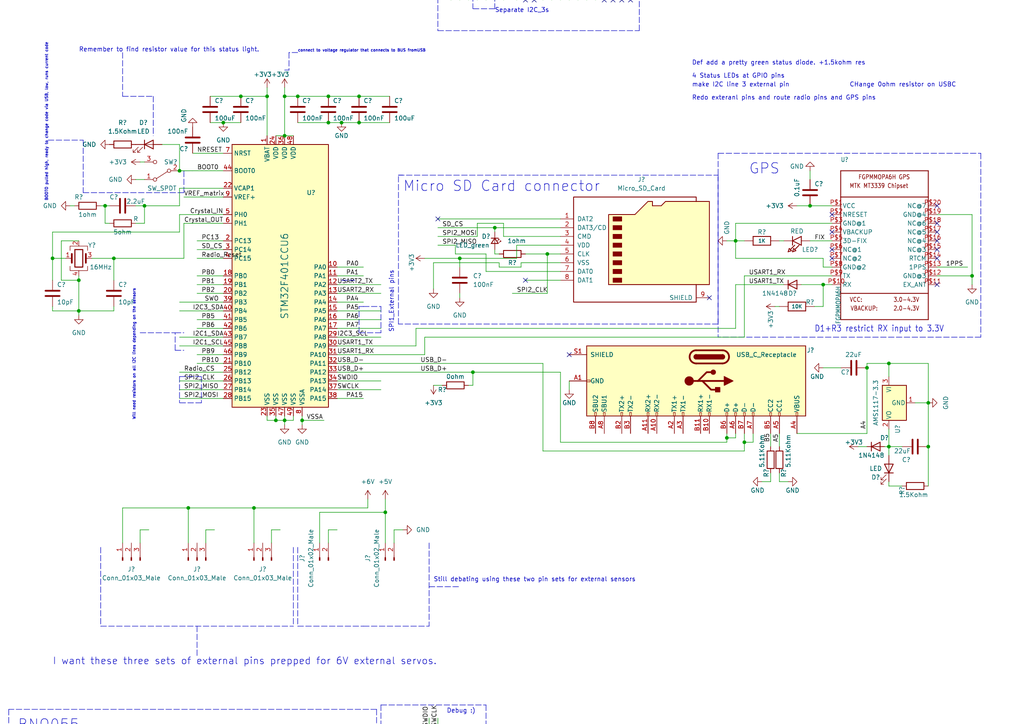
<source format=kicad_sch>
(kicad_sch (version 20211123) (generator eeschema)
  (paper "A4")
  (junction (at 15.24 74.93))
  (junction (at 50.8 228.6))
  (junction (at 41.91 -22.86))
  (junction (at 86.36 27.94))
  (junction (at 269.24 116.84))
  (junction (at 39.37 -81.28))
  (junction (at 85.09 -76.2))
  (junction (at 58.42 -10.16))
  (junction (at 492.76 104.14))
  (junction (at 215.9 128.27))
  (junction (at 405.13 83.82))
  (junction (at 238.76 82.55))
  (junction (at 142.24 236.22))
  (junction (at 421.64 110.49))
  (junction (at 440.69 55.88))
  (junction (at 397.51 45.72))
  (junction (at 87.63 121.92))
  (junction (at 330.2 26.67))
  (junction (at 128.27 264.16))
  (junction (at 142.24 245.11))
  (junction (at 421.64 55.88))
  (junction (at 447.04 104.14))
  (junction (at 30.48 59.69))
  (junction (at 281.94 80.01))
  (junction (at 447.04 76.2))
  (junction (at 137.16 107.95))
  (junction (at 82.55 121.92))
  (junction (at 251.46 106.68))
  (junction (at 82.55 39.37))
  (junction (at 64.77 35.56))
  (junction (at 472.44 38.1))
  (junction (at 412.75 60.96))
  (junction (at 52.07 49.53))
  (junction (at 73.66 147.32))
  (junction (at 104.14 27.94))
  (junction (at 85.09 -46.99))
  (junction (at 257.81 105.41))
  (junction (at 41.91 -52.07))
  (junction (at 22.86 90.17))
  (junction (at 471.17 93.98))
  (junction (at 58.42 -68.58))
  (junction (at 73.66 -76.2))
  (junction (at 443.23 76.2))
  (junction (at 337.82 53.34))
  (junction (at 77.47 27.94))
  (junction (at 405.13 100.33))
  (junction (at 405.13 110.49))
  (junction (at 54.61 147.32))
  (junction (at 33.02 74.93))
  (junction (at 50.8 236.22))
  (junction (at 327.66 72.39))
  (junction (at 397.51 53.34))
  (junction (at 41.91 -81.28))
  (junction (at 133.35 74.93))
  (junction (at 133.35 236.22))
  (junction (at 71.12 243.84))
  (junction (at 69.85 27.94))
  (junction (at 443.23 63.5))
  (junction (at 71.12 256.54))
  (junction (at 312.42 41.91))
  (junction (at 440.69 49.53))
  (junction (at 448.31 38.1))
  (junction (at 257.81 129.54))
  (junction (at 111.76 148.59))
  (junction (at 85.09 -17.78))
  (junction (at 22.86 81.28))
  (junction (at 158.75 73.66))
  (junction (at 80.01 121.92))
  (junction (at 353.06 72.39))
  (junction (at 73.66 -68.58))
  (junction (at 412.75 68.58))
  (junction (at 95.25 27.94))
  (junction (at 143.51 66.04))
  (junction (at 339.09 80.01))
  (junction (at 447.04 63.5))
  (junction (at 234.95 59.69))
  (junction (at 41.91 59.69))
  (junction (at 414.02 120.65))
  (junction (at 58.42 -39.37))
  (junction (at 73.66 -10.16))
  (junction (at 269.24 129.54))
  (junction (at 82.55 27.94))
  (junction (at 73.66 -39.37))
  (junction (at 73.66 -46.99))
  (junction (at 210.82 127))
  (junction (at 440.69 45.72))
  (junction (at 86.36 250.19))
  (junction (at 213.36 69.85))
  (junction (at 50.8 276.86))
  (junction (at 397.51 41.91))
  (junction (at 471.17 104.14))
  (junction (at 104.14 35.56))
  (junction (at 471.17 76.2))
  (junction (at 73.66 -17.78))
  (junction (at 95.25 35.56))
  (junction (at 99.06 35.56))
  (junction (at 128.27 260.35))
  (junction (at 39.37 -52.07))
  (no_connect (at 358.14 34.29))
  (no_connect (at 241.3 62.23))
  (no_connect (at 271.78 74.93))
  (no_connect (at 271.78 64.77))
  (no_connect (at 154.94 0))
  (no_connect (at 180.34 0))
  (no_connect (at 182.88 0))
  (no_connect (at 175.26 0))
  (no_connect (at 177.8 0))
  (no_connect (at 271.78 67.31))
  (no_connect (at 241.3 74.93))
  (no_connect (at 358.14 60.96))
  (no_connect (at 271.78 82.55))
  (no_connect (at 205.74 86.36))
  (no_connect (at 241.3 72.39))
  (no_connect (at 165.1 102.87))
  (no_connect (at 271.78 72.39))
  (no_connect (at 127 63.5))
  (no_connect (at 271.78 59.69))
  (no_connect (at 271.78 69.85))
  (no_connect (at 152.4 81.28))
  (no_connect (at 241.3 67.31))
  (no_connect (at 152.4 0))
  (no_connect (at 358.14 38.1))
  (wire (pts (xy 472.44 30.48) (xy 472.44 38.1)))
  (wire (pts (xy 95.25 35.56) (xy 99.06 35.56)))
  (wire (pts (xy 257.81 139.7) (xy 257.81 140.97)))
  (wire (pts (xy 104.14 35.56) (xy 113.03 35.56)))
  (polyline (pts (xy 110.49 96.52) (xy 104.14 96.52)))
  (polyline (pts (xy 110.49 88.9) (xy 110.49 96.52)))
  (wire (pts (xy 26.67 264.16) (xy 38.1 264.16)))
  (wire (pts (xy 25.4 -78.74) (xy 25.4 -74.93)))
  (wire (pts (xy 123.19 74.93) (xy 133.35 74.93)))
  (wire (pts (xy 215.9 128.27) (xy 218.44 128.27)))
  (polyline (pts (xy 35.56 15.24) (xy 35.56 27.94)))
  (wire (pts (xy 119.38 260.35) (xy 120.65 260.35)))
  (wire (pts (xy 55.88 274.32) (xy 55.88 276.86)))
  (wire (pts (xy 121.92 271.78) (xy 133.35 271.78)))
  (polyline (pts (xy 24.13 40.64) (xy 24.13 55.88)))
  (polyline (pts (xy 140.97 220.98) (xy 110.49 220.98)))
  (wire (pts (xy 213.36 127) (xy 213.36 125.73)))
  (wire (pts (xy 339.09 80.01) (xy 339.09 83.82)))
  (wire (pts (xy 143.51 73.66) (xy 144.78 73.66)))
  (wire (pts (xy 257.81 140.97) (xy 261.62 140.97)))
  (polyline (pts (xy 161.29 247.65) (xy 109.22 247.65)))
  (wire (pts (xy 57.15 85.09) (xy 64.77 85.09)))
  (wire (pts (xy 236.22 88.9) (xy 238.76 88.9)))
  (wire (pts (xy 256.54 129.54) (xy 257.81 129.54)))
  (wire (pts (xy 232.41 82.55) (xy 238.76 82.55)))
  (wire (pts (xy 231.14 125.73) (xy 251.46 125.73)))
  (wire (pts (xy 95.25 157.48) (xy 95.25 153.67)))
  (wire (pts (xy 463.55 63.5) (xy 471.17 63.5)))
  (wire (pts (xy 506.73 104.14) (xy 511.81 104.14)))
  (wire (pts (xy 234.95 49.53) (xy 234.95 52.07)))
  (wire (pts (xy 64.77 54.61) (xy 52.07 54.61)))
  (wire (pts (xy 82.55 123.19) (xy 82.55 121.92)))
  (wire (pts (xy 312.42 50.8) (xy 312.42 52.07)))
  (wire (pts (xy 82.55 27.94) (xy 86.36 27.94)))
  (wire (pts (xy 20.32 59.69) (xy 21.59 59.69)))
  (wire (pts (xy 137.16 111.76) (xy 137.16 107.95)))
  (wire (pts (xy 238.76 82.55) (xy 241.3 82.55)))
  (polyline (pts (xy 50.8 101.6) (xy 50.8 96.52)))
  (wire (pts (xy 238.76 88.9) (xy 238.76 82.55)))
  (wire (pts (xy 82.55 -17.78) (xy 85.09 -17.78)))
  (wire (pts (xy 39.37 59.69) (xy 41.91 59.69)))
  (wire (pts (xy 152.4 -6.35) (xy 152.4 0)))
  (wire (pts (xy 447.04 86.36) (xy 447.04 76.2)))
  (wire (pts (xy 172.72 -6.35) (xy 172.72 0)))
  (wire (pts (xy 52.07 113.03) (xy 64.77 113.03)))
  (wire (pts (xy 345.44 49.53) (xy 358.14 49.53)))
  (polyline (pts (xy 82.55 20.32) (xy 83.82 20.32)))
  (wire (pts (xy 73.66 -17.78) (xy 73.66 -15.24)))
  (wire (pts (xy 165.1 -6.35) (xy 165.1 0)))
  (wire (pts (xy 471.17 104.14) (xy 471.17 101.6)))
  (wire (pts (xy 269.24 116.84) (xy 269.24 129.54)))
  (wire (pts (xy 15.24 74.93) (xy 15.24 81.28)))
  (wire (pts (xy 215.9 80.01) (xy 215.9 97.79)))
  (polyline (pts (xy 13.97 40.64) (xy 24.13 40.64)))
  (wire (pts (xy 492.76 115.57) (xy 492.76 118.11)))
  (wire (pts (xy 85.09 -17.78) (xy 85.09 -15.24)))
  (polyline (pts (xy 104.14 96.52) (xy 104.14 88.9)))
  (wire (pts (xy 133.35 74.93) (xy 133.35 77.47)))
  (wire (pts (xy 143.51 -6.35) (xy 143.51 0)))
  (wire (pts (xy 52.07 87.63) (xy 64.77 87.63)))
  (wire (pts (xy 226.06 139.7) (xy 228.6 139.7)))
  (wire (pts (xy 73.66 -10.16) (xy 85.09 -10.16)))
  (wire (pts (xy 414.02 120.65) (xy 421.64 120.65)))
  (wire (pts (xy 492.76 104.14) (xy 494.03 104.14)))
  (wire (pts (xy 125.73 76.2) (xy 125.73 83.82)))
  (polyline (pts (xy 176.53 287.02) (xy 175.26 287.02)))
  (polyline (pts (xy 302.26 -2.54) (xy 302.26 128.27)))
  (polyline (pts (xy 143.51 -1.27) (xy 143.51 2.54)))
  (wire (pts (xy 68.58 243.84) (xy 71.12 243.84)))
  (wire (pts (xy 405.13 83.82) (xy 405.13 85.09)))
  (wire (pts (xy 146.05 68.58) (xy 146.05 64.77)))
  (wire (pts (xy 358.14 26.67) (xy 330.2 26.67)))
  (wire (pts (xy 71.12 -76.2) (xy 73.66 -76.2)))
  (wire (pts (xy 435.61 80.01) (xy 435.61 93.98)))
  (wire (pts (xy 417.83 53.34) (xy 417.83 55.88)))
  (wire (pts (xy 77.47 121.92) (xy 80.01 121.92)))
  (wire (pts (xy 251.46 106.68) (xy 251.46 105.41)))
  (wire (pts (xy 257.81 124.46) (xy 257.81 129.54)))
  (wire (pts (xy 52.07 110.49) (xy 64.77 110.49)))
  (wire (pts (xy 327.66 72.39) (xy 327.66 74.93)))
  (wire (pts (xy 124.46 208.28) (xy 124.46 213.36)))
  (wire (pts (xy 50.8 274.32) (xy 50.8 276.86)))
  (wire (pts (xy 114.3 157.48) (xy 114.3 153.67)))
  (wire (pts (xy 39.37 -22.86) (xy 41.91 -22.86)))
  (wire (pts (xy 257.81 109.22) (xy 257.81 105.41)))
  (wire (pts (xy 223.52 137.16) (xy 223.52 139.7)))
  (wire (pts (xy 220.98 139.7) (xy 223.52 139.7)))
  (wire (pts (xy 25.4 236.22) (xy 25.4 242.57)))
  (wire (pts (xy 77.47 27.94) (xy 77.47 39.37)))
  (wire (pts (xy 77.47 25.4) (xy 77.47 27.94)))
  (wire (pts (xy 238.76 77.47) (xy 238.76 74.93)))
  (wire (pts (xy 22.86 90.17) (xy 33.02 90.17)))
  (wire (pts (xy 440.69 45.72) (xy 440.69 49.53)))
  (wire (pts (xy 111.76 144.78) (xy 111.76 148.59)))
  (wire (pts (xy 128.27 256.54) (xy 128.27 260.35)))
  (wire (pts (xy 57.15 92.71) (xy 64.77 92.71)))
  (wire (pts (xy 162.56 76.2) (xy 151.13 76.2)))
  (wire (pts (xy 393.7 83.82) (xy 405.13 83.82)))
  (wire (pts (xy 157.48 105.41) (xy 157.48 130.81)))
  (wire (pts (xy 393.7 76.2) (xy 443.23 76.2)))
  (wire (pts (xy 77.47 120.65) (xy 77.47 121.92)))
  (wire (pts (xy 55.88 276.86) (xy 50.8 276.86)))
  (wire (pts (xy 491.49 104.14) (xy 492.76 104.14)))
  (wire (pts (xy 210.82 69.85) (xy 213.36 69.85)))
  (wire (pts (xy 123.19 97.79) (xy 123.19 102.87)))
  (wire (pts (xy 41.91 -81.28) (xy 45.72 -81.28)))
  (wire (pts (xy 453.39 33.02) (xy 462.28 33.02)))
  (wire (pts (xy 358.14 68.58) (xy 353.06 68.58)))
  (wire (pts (xy 73.66 147.32) (xy 73.66 157.48)))
  (polyline (pts (xy 105.41 -95.25) (xy 105.41 -1.27)))
  (wire (pts (xy 336.55 53.34) (xy 337.82 53.34)))
  (wire (pts (xy 73.66 -76.2) (xy 74.93 -76.2)))
  (wire (pts (xy 154.94 -6.35) (xy 154.94 0)))
  (wire (pts (xy 35.56 147.32) (xy 35.56 157.48)))
  (wire (pts (xy 26.67 261.62) (xy 38.1 261.62)))
  (wire (pts (xy 39.37 52.07) (xy 41.91 52.07)))
  (wire (pts (xy 24.13 -81.28) (xy 39.37 -81.28)))
  (wire (pts (xy 85.09 -46.99) (xy 85.09 -44.45)))
  (wire (pts (xy 138.43 64.77) (xy 146.05 64.77)))
  (polyline (pts (xy 52.07 109.22) (xy 58.42 109.22)))
  (wire (pts (xy 397.51 45.72) (xy 397.51 53.34)))
  (wire (pts (xy 58.42 -68.58) (xy 58.42 -67.31)))
  (wire (pts (xy 58.42 -12.7) (xy 58.42 -10.16)))
  (wire (pts (xy 58.42 -10.16) (xy 58.42 -8.89)))
  (wire (pts (xy 327.66 66.04) (xy 327.66 72.39)))
  (wire (pts (xy 447.04 76.2) (xy 443.23 76.2)))
  (wire (pts (xy 15.24 88.9) (xy 15.24 90.17)))
  (polyline (pts (xy 109.22 220.98) (xy 109.22 247.65)))
  (wire (pts (xy 92.71 148.59) (xy 111.76 148.59)))
  (wire (pts (xy 85.09 120.65) (xy 85.09 121.92)))
  (wire (pts (xy 82.55 -46.99) (xy 85.09 -46.99)))
  (polyline (pts (xy 525.78 -2.54) (xy 525.78 128.27)))
  (wire (pts (xy 152.4 81.28) (xy 162.56 81.28)))
  (wire (pts (xy 441.96 104.14) (xy 447.04 104.14)))
  (wire (pts (xy 448.31 34.29) (xy 448.31 38.1)))
  (wire (pts (xy 393.7 34.29) (xy 448.31 34.29)))
  (wire (pts (xy 215.9 128.27) (xy 215.9 125.73)))
  (wire (pts (xy 25.4 250.19) (xy 25.4 254)))
  (wire (pts (xy 87.63 120.65) (xy 87.63 121.92)))
  (polyline (pts (xy 105.41 88.9) (xy 110.49 88.9)))
  (polyline (pts (xy 137.16 -1.27) (xy 143.51 -1.27)))
  (wire (pts (xy 140.97 78.74) (xy 162.56 78.74)))
  (polyline (pts (xy 306.07 137.16) (xy 306.07 214.63)))
  (wire (pts (xy 133.35 276.86) (xy 130.81 276.86)))
  (wire (pts (xy 337.82 55.88) (xy 337.82 53.34)))
  (wire (pts (xy 397.51 41.91) (xy 397.51 45.72)))
  (wire (pts (xy 58.42 -39.37) (xy 73.66 -39.37)))
  (wire (pts (xy 405.13 110.49) (xy 398.78 110.49)))
  (wire (pts (xy 133.35 236.22) (xy 142.24 236.22)))
  (wire (pts (xy 151.13 245.11) (xy 152.4 245.11)))
  (wire (pts (xy 312.42 41.91) (xy 358.14 41.91)))
  (polyline (pts (xy 176.53 247.65) (xy 176.53 287.02)))
  (wire (pts (xy 127 66.04) (xy 143.51 66.04)))
  (wire (pts (xy 97.79 77.47) (xy 105.41 77.47)))
  (wire (pts (xy 97.79 90.17) (xy 110.49 90.17)))
  (polyline (pts (xy 58.42 116.84) (xy 52.07 116.84)))
  (wire (pts (xy 146.05 68.58) (xy 162.56 68.58)))
  (wire (pts (xy 73.66 -46.99) (xy 73.66 -44.45)))
  (wire (pts (xy 213.36 64.77) (xy 241.3 64.77)))
  (wire (pts (xy 133.35 236.22) (xy 133.35 237.49)))
  (wire (pts (xy 429.26 83.82) (xy 429.26 104.14)))
  (wire (pts (xy 447.04 114.3) (xy 447.04 104.14)))
  (wire (pts (xy 99.06 35.56) (xy 104.14 35.56)))
  (wire (pts (xy 405.13 83.82) (xy 429.26 83.82)))
  (polyline (pts (xy 35.56 27.94) (xy 44.45 27.94)))
  (wire (pts (xy 97.79 82.55) (xy 110.49 82.55)))
  (wire (pts (xy 44.45 -39.37) (xy 58.42 -39.37)))
  (wire (pts (xy 417.83 55.88) (xy 421.64 55.88)))
  (wire (pts (xy 177.8 -6.35) (xy 177.8 0)))
  (wire (pts (xy 58.42 -39.37) (xy 58.42 -38.1)))
  (wire (pts (xy 22.86 90.17) (xy 22.86 91.44)))
  (wire (pts (xy 165.1 113.03) (xy 165.1 110.49)))
  (wire (pts (xy 85.09 121.92) (xy 82.55 121.92)))
  (wire (pts (xy 248.92 129.54) (xy 251.46 129.54)))
  (wire (pts (xy 281.94 62.23) (xy 281.94 80.01)))
  (wire (pts (xy 393.7 49.53) (xy 407.67 49.53)))
  (wire (pts (xy 59.69 153.67) (xy 62.23 153.67)))
  (wire (pts (xy 35.56 147.32) (xy 54.61 147.32)))
  (wire (pts (xy 218.44 128.27) (xy 218.44 125.73)))
  (wire (pts (xy 158.75 73.66) (xy 158.75 85.09)))
  (wire (pts (xy 78.74 157.48) (xy 78.74 153.67)))
  (wire (pts (xy 82.55 243.84) (xy 86.36 243.84)))
  (wire (pts (xy 471.17 76.2) (xy 471.17 80.01)))
  (wire (pts (xy 157.48 130.81) (xy 215.9 130.81)))
  (wire (pts (xy 71.12 -81.28) (xy 85.09 -81.28)))
  (wire (pts (xy 440.69 49.53) (xy 440.69 55.88)))
  (wire (pts (xy 170.18 -6.35) (xy 170.18 0)))
  (wire (pts (xy 421.64 55.88) (xy 427.99 55.88)))
  (wire (pts (xy 129.54 236.22) (xy 133.35 236.22)))
  (wire (pts (xy 140.97 78.74) (xy 140.97 73.66)))
  (wire (pts (xy 405.13 100.33) (xy 421.64 100.33)))
  (wire (pts (xy 414.02 120.65) (xy 414.02 123.19)))
  (wire (pts (xy 60.96 35.56) (xy 64.77 35.56)))
  (polyline (pts (xy 143.51 2.54) (xy 137.16 2.54)))
  (polyline (pts (xy 115.57 50.8) (xy 116.84 50.8)))
  (wire (pts (xy 226.06 139.7) (xy 226.06 137.16)))
  (wire (pts (xy 85.09 -76.2) (xy 92.71 -76.2)))
  (wire (pts (xy 234.95 69.85) (xy 241.3 69.85)))
  (wire (pts (xy 54.61 147.32) (xy 73.66 147.32)))
  (wire (pts (xy 133.35 74.93) (xy 149.86 74.93)))
  (wire (pts (xy 149.86 71.12) (xy 149.86 74.93)))
  (polyline (pts (xy 110.49 204.47) (xy 140.97 204.47)))
  (wire (pts (xy 80.01 120.65) (xy 80.01 121.92)))
  (wire (pts (xy 327.66 83.82) (xy 327.66 82.55)))
  (wire (pts (xy 93.98 264.16) (xy 96.52 264.16)))
  (wire (pts (xy 151.13 76.2) (xy 151.13 77.47)))
  (wire (pts (xy 80.01 269.24) (xy 81.28 269.24)))
  (polyline (pts (xy 109.22 247.65) (xy 109.22 287.02)))
  (wire (pts (xy 393.7 68.58) (xy 396.24 68.58)))
  (wire (pts (xy 52.07 115.57) (xy 64.77 115.57)))
  (wire (pts (xy 337.82 53.34) (xy 358.14 53.34)))
  (wire (pts (xy 175.26 -6.35) (xy 175.26 0)))
  (wire (pts (xy 97.79 115.57) (xy 105.41 115.57)))
  (wire (pts (xy 44.45 -76.2) (xy 44.45 -68.58)))
  (wire (pts (xy 44.45 -17.78) (xy 44.45 -10.16)))
  (wire (pts (xy 130.81 -6.35) (xy 130.81 0)))
  (wire (pts (xy 133.35 86.36) (xy 133.35 85.09)))
  (wire (pts (xy 312.42 41.91) (xy 312.42 43.18)))
  (wire (pts (xy 52.07 90.17) (xy 64.77 90.17)))
  (polyline (pts (xy 99.06 81.28) (xy 102.87 81.28)))
  (wire (pts (xy 142.24 245.11) (xy 143.51 245.11)))
  (wire (pts (xy 57.15 95.25) (xy 64.77 95.25)))
  (wire (pts (xy 152.4 73.66) (xy 158.75 73.66)))
  (wire (pts (xy 133.35 266.7) (xy 128.27 266.7)))
  (wire (pts (xy 73.66 -39.37) (xy 85.09 -39.37)))
  (wire (pts (xy 120.65 212.09) (xy 121.92 212.09)))
  (wire (pts (xy 97.79 105.41) (xy 157.48 105.41)))
  (wire (pts (xy 330.2 35.56) (xy 330.2 36.83)))
  (wire (pts (xy 435.61 63.5) (xy 443.23 63.5)))
  (wire (pts (xy 85.09 -46.99) (xy 92.71 -46.99)))
  (wire (pts (xy 73.66 147.32) (xy 106.68 147.32)))
  (wire (pts (xy 421.64 54.61) (xy 421.64 55.88)))
  (wire (pts (xy 271.78 80.01) (xy 281.94 80.01)))
  (wire (pts (xy 64.77 62.23) (xy 52.07 62.23)))
  (wire (pts (xy 447.04 104.14) (xy 452.12 104.14)))
  (wire (pts (xy 421.64 109.22) (xy 421.64 110.49)))
  (polyline (pts (xy 140.97 204.47) (xy 140.97 220.98)))
  (wire (pts (xy 52.07 100.33) (xy 64.77 100.33)))
  (wire (pts (xy 215.9 97.79) (xy 123.19 97.79)))
  (polyline (pts (xy 124.46 170.18) (xy 133.35 170.18)))
  (wire (pts (xy 143.51 66.04) (xy 162.56 66.04)))
  (polyline (pts (xy 83.82 15.24) (xy 83.82 20.32)))
  (polyline (pts (xy 2.54 287.02) (xy 109.22 287.02)))
  (wire (pts (xy 440.69 55.88) (xy 440.69 57.15)))
  (wire (pts (xy 50.8 224.79) (xy 50.8 228.6)))
  (wire (pts (xy 57.15 74.93) (xy 64.77 74.93)))
  (wire (pts (xy 127 68.58) (xy 138.43 68.58)))
  (wire (pts (xy 41.91 59.69) (xy 41.91 64.77)))
  (wire (pts (xy 38.1 254) (xy 25.4 254)))
  (wire (pts (xy 327.66 72.39) (xy 353.06 72.39)))
  (wire (pts (xy 57.15 80.01) (xy 64.77 80.01)))
  (wire (pts (xy 73.66 -46.99) (xy 74.93 -46.99)))
  (wire (pts (xy 50.8 236.22) (xy 55.88 236.22)))
  (wire (pts (xy 121.92 274.32) (xy 133.35 274.32)))
  (wire (pts (xy 393.7 64.77) (xy 408.94 64.77)))
  (wire (pts (xy 86.36 27.94) (xy 95.25 27.94)))
  (polyline (pts (xy 306.07 137.16) (xy 457.2 137.16)))
  (wire (pts (xy 435.61 55.88) (xy 440.69 55.88)))
  (wire (pts (xy 45.72 -76.2) (xy 44.45 -76.2)))
  (wire (pts (xy 29.21 59.69) (xy 30.48 59.69)))
  (wire (pts (xy 425.45 38.1) (xy 440.69 38.1)))
  (wire (pts (xy 71.12 -46.99) (xy 73.66 -46.99)))
  (wire (pts (xy 471.17 114.3) (xy 471.17 104.14)))
  (wire (pts (xy 466.09 38.1) (xy 472.44 38.1)))
  (wire (pts (xy 464.82 104.14) (xy 471.17 104.14)))
  (wire (pts (xy 114.3 153.67) (xy 116.84 153.67)))
  (wire (pts (xy 130.81 276.86) (xy 130.81 279.4)))
  (wire (pts (xy 71.12 -52.07) (xy 85.09 -52.07)))
  (wire (pts (xy 213.36 82.55) (xy 213.36 95.25)))
  (wire (pts (xy 97.79 92.71) (xy 110.49 92.71)))
  (polyline (pts (xy 86.36 181.61) (xy 105.41 181.61)))
  (polyline (pts (xy 85.09 158.75) (xy 85.09 181.61)))
  (wire (pts (xy 57.15 72.39) (xy 64.77 72.39)))
  (wire (pts (xy 393.7 26.67) (xy 402.59 26.67)))
  (wire (pts (xy 345.44 64.77) (xy 358.14 64.77)))
  (wire (pts (xy 57.15 102.87) (xy 64.77 102.87)))
  (wire (pts (xy 353.06 95.25) (xy 353.06 96.52)))
  (wire (pts (xy 447.04 63.5) (xy 450.85 63.5)))
  (wire (pts (xy 339.09 80.01) (xy 358.14 80.01)))
  (wire (pts (xy 238.76 74.93) (xy 213.36 74.93)))
  (wire (pts (xy 448.31 45.72) (xy 448.31 46.99)))
  (wire (pts (xy 231.14 59.69) (xy 234.95 59.69)))
  (wire (pts (xy 93.98 266.7) (xy 97.79 266.7)))
  (wire (pts (xy 74.93 256.54) (xy 71.12 256.54)))
  (polyline (pts (xy 86.36 15.24) (xy 83.82 15.24)))
  (wire (pts (xy 142.24 234.95) (xy 142.24 236.22)))
  (wire (pts (xy 461.01 76.2) (xy 471.17 76.2)))
  (wire (pts (xy 345.44 57.15) (xy 358.14 57.15)))
  (wire (pts (xy 82.55 39.37) (xy 85.09 39.37)))
  (wire (pts (xy 40.64 157.48) (xy 40.64 153.67)))
  (wire (pts (xy 57.15 69.85) (xy 64.77 69.85)))
  (polyline (pts (xy 5.08 -95.25) (xy 105.41 -95.25)))
  (wire (pts (xy 257.81 105.41) (xy 269.24 105.41)))
  (wire (pts (xy 44.45 -10.16) (xy 58.42 -10.16)))
  (wire (pts (xy 142.24 243.84) (xy 142.24 245.11)))
  (wire (pts (xy 330.2 26.67) (xy 330.2 24.13)))
  (wire (pts (xy 127 63.5) (xy 162.56 63.5)))
  (wire (pts (xy 137.16 107.95) (xy 162.56 107.95)))
  (wire (pts (xy 57.15 82.55) (xy 64.77 82.55)))
  (wire (pts (xy 44.45 -46.99) (xy 44.45 -39.37)))
  (wire (pts (xy 39.37 64.77) (xy 41.91 64.77)))
  (wire (pts (xy 50.8 228.6) (xy 50.8 236.22)))
  (wire (pts (xy 52.07 49.53) (xy 64.77 49.53)))
  (wire (pts (xy 39.37 -52.07) (xy 41.91 -52.07)))
  (wire (pts (xy 71.12 -22.86) (xy 85.09 -22.86)))
  (wire (pts (xy 227.33 82.55) (xy 213.36 82.55)))
  (wire (pts (xy 68.58 256.54) (xy 71.12 256.54)))
  (polyline (pts (xy 128.27 -19.05) (xy 185.42 -19.05)))
  (wire (pts (xy 53.34 64.77) (xy 53.34 74.93)))
  (wire (pts (xy 50.8 276.86) (xy 50.8 279.4)))
  (wire (pts (xy 257.81 129.54) (xy 261.62 129.54)))
  (wire (pts (xy 215.9 69.85) (xy 213.36 69.85)))
  (wire (pts (xy 15.24 90.17) (xy 22.86 90.17)))
  (wire (pts (xy 44.45 -68.58) (xy 58.42 -68.58)))
  (wire (pts (xy 162.56 -6.35) (xy 162.56 0)))
  (polyline (pts (xy 208.28 93.98) (xy 115.57 93.98)))
  (wire (pts (xy 393.7 30.48) (xy 472.44 30.48)))
  (polyline (pts (xy 109.22 205.74) (xy 2.54 205.74)))
  (wire (pts (xy 85.09 -81.28) (xy 85.09 -76.2)))
  (wire (pts (xy 241.3 80.01) (xy 215.9 80.01)))
  (wire (pts (xy 129.54 212.09) (xy 130.81 212.09)))
  (wire (pts (xy 128.27 260.35) (xy 128.27 264.16)))
  (wire (pts (xy 57.15 105.41) (xy 64.77 105.41)))
  (wire (pts (xy 41.91 59.69) (xy 52.07 59.69)))
  (wire (pts (xy 429.26 104.14) (xy 434.34 104.14)))
  (wire (pts (xy 330.2 26.67) (xy 330.2 27.94)))
  (wire (pts (xy 450.85 86.36) (xy 447.04 86.36)))
  (wire (pts (xy 251.46 105.41) (xy 257.81 105.41)))
  (wire (pts (xy 33.02 74.93) (xy 33.02 81.28)))
  (wire (pts (xy 104.14 27.94) (xy 113.03 27.94)))
  (wire (pts (xy 471.17 104.14) (xy 478.79 104.14)))
  (wire (pts (xy 45.72 -46.99) (xy 44.45 -46.99)))
  (wire (pts (xy 71.12 -17.78) (xy 73.66 -17.78)))
  (wire (pts (xy 86.36 256.54) (xy 82.55 256.54)))
  (polyline (pts (xy 40.64 96.52) (xy 50.8 96.52)))
  (wire (pts (xy 162.56 107.95) (xy 162.56 128.27)))
  (wire (pts (xy 73.66 -68.58) (xy 85.09 -68.58)))
  (wire (pts (xy 238.76 77.47) (xy 241.3 77.47)))
  (wire (pts (xy 405.13 120.65) (xy 414.02 120.65)))
  (polyline (pts (xy 137.16 -1.27) (xy 137.16 2.54)))
  (wire (pts (xy 31.75 64.77) (xy 30.48 64.77)))
  (polyline (pts (xy 104.14 88.9) (xy 105.41 88.9)))
  (wire (pts (xy 55.88 44.45) (xy 64.77 44.45)))
  (wire (pts (xy 41.91 -52.07) (xy 45.72 -52.07)))
  (polyline (pts (xy 5.08 -95.25) (xy 5.08 -1.27)))
  (wire (pts (xy 68.58 266.7) (xy 86.36 266.7)))
  (wire (pts (xy 58.42 -68.58) (xy 73.66 -68.58)))
  (wire (pts (xy 435.61 72.39) (xy 393.7 72.39)))
  (wire (pts (xy 15.24 269.24) (xy 15.24 274.32)))
  (wire (pts (xy 15.24 74.93) (xy 19.05 74.93)))
  (wire (pts (xy 146.05 -6.35) (xy 146.05 0)))
  (wire (pts (xy 97.79 80.01) (xy 105.41 80.01)))
  (polyline (pts (xy 50.8 101.6) (xy 53.34 101.6)))
  (wire (pts (xy 224.79 88.9) (xy 226.06 88.9)))
  (wire (pts (xy 138.43 64.77) (xy 138.43 68.58)))
  (wire (pts (xy 472.44 45.72) (xy 472.44 46.99)))
  (polyline (pts (xy 29.21 158.75) (xy 29.21 181.61)))
  (wire (pts (xy 138.43 245.11) (xy 142.24 245.11)))
  (wire (pts (xy 339.09 91.44) (xy 339.09 92.71)))
  (wire (pts (xy 421.64 101.6) (xy 421.64 100.33)))
  (polyline (pts (xy 52.07 109.22) (xy 52.07 116.84)))
  (wire (pts (xy 60.96 27.94) (xy 69.85 27.94)))
  (wire (pts (xy 39.37 -81.28) (xy 41.91 -81.28)))
  (polyline (pts (xy 284.48 44.45) (xy 284.48 97.79)))
  (wire (pts (xy 97.79 100.33) (xy 120.65 100.33)))
  (wire (pts (xy 30.48 59.69) (xy 31.75 59.69)))
  (wire (pts (xy 15.24 67.31) (xy 15.24 74.93)))
  (wire (pts (xy 85.09 -76.2) (xy 85.09 -73.66)))
  (wire (pts (xy 412.75 59.69) (xy 412.75 60.96)))
  (wire (pts (xy 327.66 45.72) (xy 358.14 45.72)))
  (wire (pts (xy 22.86 80.01) (xy 22.86 81.28)))
  (wire (pts (xy 269.24 105.41) (xy 269.24 116.84)))
  (wire (pts (xy 55.88 236.22) (xy 55.88 238.76)))
  (wire (pts (xy 269.24 129.54) (xy 269.24 140.97)))
  (wire (pts (xy 265.43 116.84) (xy 269.24 116.84)))
  (wire (pts (xy 26.67 269.24) (xy 38.1 269.24)))
  (wire (pts (xy 462.28 114.3) (xy 471.17 114.3)))
  (polyline (pts (xy 29.21 181.61) (xy 85.09 181.61)))
  (wire (pts (xy 138.43 -6.35) (xy 138.43 0)))
  (wire (pts (xy 213.36 69.85) (xy 213.36 74.93)))
  (wire (pts (xy 447.04 63.5) (xy 443.23 63.5)))
  (wire (pts (xy 132.08 73.66) (xy 132.08 71.12)))
  (wire (pts (xy 133.35 264.16) (xy 128.27 264.16)))
  (wire (pts (xy 403.86 68.58) (xy 412.75 68.58)))
  (wire (pts (xy 30.48 64.77) (xy 30.48 59.69)))
  (wire (pts (xy 447.04 53.34) (xy 447.04 63.5)))
  (polyline (pts (xy 115.57 50.8) (xy 208.28 50.8)))
  (wire (pts (xy 53.34 64.77) (xy 64.77 64.77)))
  (wire (pts (xy 227.33 69.85) (xy 226.06 69.85)))
  (wire (pts (xy 210.82 128.27) (xy 210.82 127)))
  (wire (pts (xy 327.66 53.34) (xy 327.66 55.88)))
  (wire (pts (xy 435.61 63.5) (xy 435.61 72.39)))
  (wire (pts (xy 421.64 110.49) (xy 421.64 113.03)))
  (wire (pts (xy 412.75 68.58) (xy 419.1 68.58)))
  (wire (pts (xy 405.13 110.49) (xy 421.64 110.49)))
  (wire (pts (xy 73.66 -17.78) (xy 74.93 -17.78)))
  (polyline (pts (xy 105.41 -1.27) (xy 5.08 -1.27)))
  (wire (pts (xy 358.14 76.2) (xy 353.06 76.2)))
  (wire (pts (xy 397.51 21.59) (xy 397.51 41.91)))
  (wire (pts (xy 52.07 97.79) (xy 64.77 97.79)))
  (wire (pts (xy 405.13 97.79) (xy 405.13 100.33)))
  (wire (pts (xy 180.34 -6.35) (xy 180.34 0)))
  (wire (pts (xy 160.02 -6.35) (xy 160.02 0)))
  (wire (pts (xy 223.52 129.54) (xy 223.52 125.73)))
  (wire (pts (xy 82.55 -76.2) (xy 85.09 -76.2)))
  (wire (pts (xy 408.94 60.96) (xy 412.75 60.96)))
  (wire (pts (xy 26.67 74.93) (xy 33.02 74.93)))
  (wire (pts (xy 46.99 41.91) (xy 52.07 41.91)))
  (wire (pts (xy 162.56 128.27) (xy 210.82 128.27)))
  (wire (pts (xy 24.13 -78.74) (xy 25.4 -78.74)))
  (wire (pts (xy 140.97 -6.35) (xy 140.97 0)))
  (wire (pts (xy 140.97 73.66) (xy 132.08 73.66)))
  (wire (pts (xy 86.36 250.19) (xy 86.36 256.54)))
  (wire (pts (xy 92.71 148.59) (xy 92.71 157.48)))
  (wire (pts (xy 52.07 54.61) (xy 52.07 59.69)))
  (polyline (pts (xy 86.36 158.75) (xy 86.36 181.61)))
  (wire (pts (xy 80.01 39.37) (xy 82.55 39.37)))
  (wire (pts (xy 17.78 266.7) (xy 38.1 266.7)))
  (wire (pts (xy 85.09 -52.07) (xy 85.09 -46.99)))
  (polyline (pts (xy 115.57 93.98) (xy 115.57 50.8)))
  (wire (pts (xy 393.7 87.63) (xy 396.24 87.63)))
  (wire (pts (xy 397.51 53.34) (xy 417.83 53.34)))
  (wire (pts (xy 271.78 77.47) (xy 280.67 77.47)))
  (wire (pts (xy 39.37 -81.28) (xy 39.37 -52.07)))
  (wire (pts (xy 158.75 73.66) (xy 162.56 73.66)))
  (wire (pts (xy 210.82 127) (xy 210.82 125.73)))
  (wire (pts (xy 22.86 81.28) (xy 22.86 90.17)))
  (wire (pts (xy 215.9 130.81) (xy 215.9 128.27)))
  (wire (pts (xy 345.44 30.48) (xy 358.14 30.48)))
  (wire (pts (xy 127 208.28) (xy 127 213.36)))
  (polyline (pts (xy 127 8.89) (xy 185.42 8.89)))
  (wire (pts (xy 27.94 243.84) (xy 38.1 243.84)))
  (wire (pts (xy 97.79 107.95) (xy 137.16 107.95)))
  (wire (pts (xy 41.91 -22.86) (xy 45.72 -22.86)))
  (wire (pts (xy 213.36 95.25) (xy 120.65 95.25)))
  (polyline (pts (xy 109.22 287.02) (xy 176.53 287.02)))
  (polyline (pts (xy 127 -19.05) (xy 127 8.89)))
  (wire (pts (xy 148.59 85.09) (xy 158.75 85.09)))
  (wire (pts (xy 393.7 57.15) (xy 398.78 57.15)))
  (wire (pts (xy 22.86 69.85) (xy 17.78 69.85)))
  (wire (pts (xy 120.65 95.25) (xy 120.65 100.33)))
  (wire (pts (xy 54.61 147.32) (xy 54.61 157.48)))
  (wire (pts (xy 97.79 97.79) (xy 110.49 97.79)))
  (wire (pts (xy 257.81 132.08) (xy 257.81 129.54)))
  (wire (pts (xy 87.63 121.92) (xy 87.63 123.19)))
  (wire (pts (xy 125.73 237.49) (xy 133.35 237.49)))
  (wire (pts (xy 73.66 -76.2) (xy 73.66 -73.66)))
  (wire (pts (xy 135.89 -6.35) (xy 135.89 0)))
  (wire (pts (xy 405.13 107.95) (xy 405.13 110.49)))
  (polyline (pts (xy 525.78 128.27) (xy 302.26 128.27)))
  (wire (pts (xy 78.74 153.67) (xy 81.28 153.67)))
  (wire (pts (xy 143.51 72.39) (xy 143.51 73.66)))
  (wire (pts (xy 97.79 85.09) (xy 110.49 85.09)))
  (wire (pts (xy 58.42 -10.16) (xy 73.66 -10.16)))
  (polyline (pts (xy 44.45 27.94) (xy 44.45 39.37)))
  (wire (pts (xy 151.13 77.47) (xy 144.78 77.47)))
  (wire (pts (xy 353.06 72.39) (xy 358.14 72.39)))
  (wire (pts (xy 398.78 110.49) (xy 398.78 106.68)))
  (wire (pts (xy 33.02 90.17) (xy 33.02 88.9)))
  (wire (pts (xy 125.73 111.76) (xy 128.27 111.76)))
  (polyline (pts (xy 302.26 -2.54) (xy 525.78 -2.54)))
  (wire (pts (xy 469.9 53.34) (xy 469.9 57.15)))
  (wire (pts (xy 95.25 27.94) (xy 104.14 27.94)))
  (polyline (pts (xy 124.46 157.48) (xy 124.46 181.61)))
  (wire (pts (xy 462.28 43.18) (xy 462.28 46.99)))
  (wire (pts (xy 53.34 74.93) (xy 33.02 74.93)))
  (polyline (pts (xy 53.34 49.53) (xy 55.88 49.53)))
  (wire (pts (xy 447.04 76.2) (xy 453.39 76.2)))
  (polyline (pts (xy 284.48 97.79) (xy 208.28 97.79)))
  (wire (pts (xy 27.94 248.92) (xy 38.1 248.92)))
  (wire (pts (xy 25.4 236.22) (xy 50.8 236.22)))
  (wire (pts (xy 128.27 266.7) (xy 128.27 264.16)))
  (wire (pts (xy 106.68 144.78) (xy 106.68 147.32)))
  (polyline (pts (xy 109.22 220.98) (xy 161.29 220.98)))
  (wire (pts (xy 71.12 243.84) (xy 74.93 243.84)))
  (wire (pts (xy 393.7 41.91) (xy 397.51 41.91)))
  (wire (pts (xy 353.06 68.58) (xy 353.06 72.39)))
  (polyline (pts (xy 57.15 181.61) (xy 57.15 190.5)))
  (wire (pts (xy 52.07 107.95) (xy 64.77 107.95)))
  (wire (pts (xy 58.42 -71.12) (xy 58.42 -68.58)))
  (wire (pts (xy 448.31 38.1) (xy 458.47 38.1)))
  (wire (pts (xy 393.7 38.1) (xy 417.83 38.1)))
  (wire (pts (xy 52.07 41.91) (xy 52.07 49.53)))
  (wire (pts (xy 111.76 148.59) (xy 111.76 157.48)))
  (polyline (pts (xy 50.8 96.52) (xy 53.34 96.52)))
  (wire (pts (xy 463.55 86.36) (xy 463.55 88.9)))
  (wire (pts (xy 393.7 60.96) (xy 406.4 60.96)))
  (wire (pts (xy 15.24 67.31) (xy 52.07 67.31)))
  (wire (pts (xy 95.25 153.67) (xy 97.79 153.67)))
  (wire (pts (xy 271.78 62.23) (xy 281.94 62.23)))
  (wire (pts (xy 127 71.12) (xy 132.08 71.12)))
  (wire (pts (xy 281.94 80.01) (xy 281.94 82.55)))
  (wire (pts (xy 415.29 49.53) (xy 440.69 49.53)))
  (wire (pts (xy 41.91 -88.9) (xy 41.91 -86.36)))
  (wire (pts (xy 396.24 87.63) (xy 396.24 91.44)))
  (polyline (pts (xy 208.28 50.8) (xy 208.28 93.98)))
  (wire (pts (xy 40.64 228.6) (xy 43.18 228.6)))
  (wire (pts (xy 71.12 243.84) (xy 71.12 246.38)))
  (polyline (pts (xy 208.28 44.45) (xy 284.48 44.45)))
  (wire (pts (xy 452.12 53.34) (xy 447.04 53.34)))
  (wire (pts (xy 58.42 -41.91) (xy 58.42 -39.37)))
  (wire (pts (xy 97.79 87.63) (xy 105.41 87.63)))
  (wire (pts (xy 82.55 27.94) (xy 82.55 39.37)))
  (wire (pts (xy 405.13 110.49) (xy 405.13 113.03)))
  (wire (pts (xy 97.79 110.49) (xy 110.49 110.49)))
  (wire (pts (xy 393.7 53.34) (xy 397.51 53.34)))
  (wire (pts (xy 97.79 102.87) (xy 123.19 102.87)))
  (wire (pts (xy 97.79 95.25) (xy 110.49 95.25)))
  (wire (pts (xy 312.42 39.37) (xy 312.42 41.91)))
  (wire (pts (xy 471.17 63.5) (xy 471.17 76.2)))
  (wire (pts (xy 50.8 236.22) (xy 50.8 238.76)))
  (wire (pts (xy 82.55 25.4) (xy 82.55 27.94)))
  (wire (pts (xy 87.63 121.92) (xy 93.98 121.92)))
  (wire (pts (xy 39.37 -52.07) (xy 39.37 -22.86)))
  (wire (pts (xy 68.58 264.16) (xy 86.36 264.16)))
  (wire (pts (xy 182.88 -6.35) (xy 182.88 0)))
  (wire (pts (xy 238.76 106.68) (xy 243.84 106.68)))
  (polyline (pts (xy 176.53 247.65) (xy 109.22 247.65)))
  (wire (pts (xy 41.91 -59.69) (xy 41.91 -57.15)))
  (polyline (pts (xy 105.41 181.61) (xy 124.46 181.61)))
  (wire (pts (xy 68.58 269.24) (xy 72.39 269.24)))
  (wire (pts (xy 59.69 157.48) (xy 59.69 153.67)))
  (wire (pts (xy 167.64 -6.35) (xy 167.64 0)))
  (wire (pts (xy 53.34 57.15) (xy 64.77 57.15)))
  (wire (pts (xy 40.64 153.67) (xy 43.18 153.67)))
  (wire (pts (xy 492.76 104.14) (xy 492.76 107.95)))
  (wire (pts (xy 69.85 27.94) (xy 77.47 27.94)))
  (wire (pts (xy 353.06 76.2) (xy 353.06 90.17)))
  (polyline (pts (xy 109.22 205.74) (xy 109.22 287.02)))
  (wire (pts (xy 397.51 45.72) (xy 427.99 45.72)))
  (wire (pts (xy 393.7 80.01) (xy 435.61 80.01)))
  (wire (pts (xy 97.79 113.03) (xy 110.49 113.03)))
  (wire (pts (xy 71.12 256.54) (xy 71.12 254)))
  (polyline (pts (xy 208.28 44.45) (xy 208.28 97.79)))
  (polyline (pts (xy 53.34 55.88) (xy 53.34 49.53)))
  (wire (pts (xy 162.56 71.12) (xy 149.86 71.12)))
  (wire (pts (xy 471.17 92.71) (xy 471.17 93.98)))
  (wire (pts (xy 234.95 59.69) (xy 241.3 59.69)))
  (polyline (pts (xy 185.42 8.89) (xy 185.42 -19.05)))
  (wire (pts (xy 144.78 77.47) (xy 144.78 76.2)))
  (wire (pts (xy 337.82 60.96) (xy 337.82 64.77)))
  (polyline (pts (xy 2.54 205.74) (xy 2.54 287.02)))
  (polyline (pts (xy 58.42 109.22) (xy 58.42 116.84)))
  (wire (pts (xy 133.35 -6.35) (xy 133.35 0)))
  (wire (pts (xy 64.77 35.56) (xy 69.85 35.56)))
  (wire (pts (xy 41.91 -30.48) (xy 41.91 -27.94)))
  (wire (pts (xy 210.82 127) (xy 213.36 127)))
  (wire (pts (xy 435.61 93.98) (xy 471.17 93.98)))
  (polyline (pts (xy 457.2 214.63) (xy 306.07 214.63)))
  (wire (pts (xy 406.4 57.15) (xy 406.4 60.96)))
  (wire (pts (xy 85.09 -22.86) (xy 85.09 -17.78)))
  (wire (pts (xy 17.78 69.85) (xy 17.78 81.28)))
  (wire (pts (xy 405.13 100.33) (xy 405.13 102.87)))
  (wire (pts (xy 85.09 -17.78) (xy 92.71 -17.78)))
  (wire (pts (xy 435.61 45.72) (xy 440.69 45.72)))
  (polyline (pts (xy 161.29 220.98) (xy 161.29 247.65)))
  (wire (pts (xy 121.92 213.36) (xy 121.92 212.09)))
  (wire (pts (xy 149.86 -6.35) (xy 149.86 0)))
  (wire (pts (xy 157.48 -6.35) (xy 157.48 0)))
  (wire (pts (xy 408.94 64.77) (xy 408.94 60.96)))
  (wire (pts (xy 459.74 53.34) (xy 469.9 53.34)))
  (wire (pts (xy 393.7 45.72) (xy 397.51 45.72)))
  (wire (pts (xy 226.06 129.54) (xy 226.06 125.73)))
  (wire (pts (xy 143.51 66.04) (xy 143.51 67.31)))
  (wire (pts (xy 17.78 81.28) (xy 22.86 81.28)))
  (polyline (pts (xy 457.2 137.16) (xy 457.2 214.63)))
  (wire (pts (xy 45.72 -17.78) (xy 44.45 -17.78)))
  (wire (pts (xy 82.55 120.65) (xy 82.55 121.92)))
  (wire (pts (xy 80.01 121.92) (xy 82.55 121.92)))
  (wire (pts (xy 86.36 243.84) (xy 86.36 250.19)))
  (wire (pts (xy 86.36 250.19) (xy 90.17 250.19)))
  (wire (pts (xy 135.89 111.76) (xy 137.16 111.76)))
  (wire (pts (xy 129.54 213.36) (xy 129.54 212.09)))
  (wire (pts (xy 213.36 64.77) (xy 213.36 69.85)))
  (wire (pts (xy 440.69 38.1) (xy 440.69 45.72)))
  (wire (pts (xy 251.46 106.68) (xy 251.46 125.73)))
  (wire (pts (xy 144.78 76.2) (xy 125.73 76.2)))
  (wire (pts (xy 40.64 46.99) (xy 41.91 46.99)))
  (wire (pts (xy 19.05 269.24) (xy 15.24 269.24)))
  (wire (pts (xy 86.36 35.56) (xy 95.25 35.56)))
  (wire (pts (xy 52.07 62.23) (xy 52.07 67.31)))
  (polyline (pts (xy 110.49 204.47) (xy 110.49 220.98)))
  (wire (pts (xy 454.66 114.3) (xy 447.04 114.3)))
  (polyline (pts (xy 24.13 55.88) (xy 53.34 55.88)))
  (wire (pts (xy 134.62 227.33) (xy 142.24 227.33)))
  (text "Will need resistors on all I2C lines depending on the sensors" (at 39.37 121.92 90) (effects (font (size 0.8 0.8)) (justify left bottom)))
  (text "Please put your name in here using the text function on the right side of your screen.\nIt's the \"T\"" (at 308.61 154.94 0) (effects (font (size 2 2)) (justify left bottom)))
  (text "Def add a pretty green status diode. +1.5kohm res" (at 200.66 19.05 0) (effects (font (size 1.27 1.27)) (justify left bottom)))
  (text "Debug :)" (at 129.54 207.01 0) (effects (font (size 1.27 1.27)) (justify left bottom)))
  (text "Find proper L and C values" (at 69.85 -26.67 0) (effects (font (size 1.27 1.27) (thickness 0.254) bold italic) (justify left bottom)))
  (text "I2C lines 1" (at 6.35 215.9 0) (effects (font (size 1.27 1.27)) (justify left bottom)))
  (text "Find proper L and C values" (at 69.85 -85.09 0) (effects (font (size 1.27 1.27) (thickness 0.254) bold italic) (justify left bottom)))
  (text "D1+R3 restrict RX input to 3.3V" (at 236.22 96.52 180) (effects (font (size 1.778 1.5113)) (justify left bottom)))
  (text "Separate I2C_3s" (at 143.51 3.81 0) (effects (font (size 1.27 1.27)) (justify left bottom)))
  (text "Baker Wong" (at 312.42 175.26 0) (effects (font (size 1.27 1.27)) (justify left bottom)))
  (text "GPS" (at 217.17 50.8 0) (effects (font (size 3 3)) (justify left bottom)))
  (text "BNO055" (at 5.08 212.09 0) (effects (font (size 3 3)) (justify left bottom)))
  (text "Designated Box for check-in :)\n" (at 308.61 147.32 0) (effects (font (size 5 5)) (justify left bottom)))
  (text "Redo exteranl pins and route radio pins and GPS pins" (at 200.66 29.21 0) (effects (font (size 1.27 1.27)) (justify left bottom)))
  (text "SPI1_External pins" (at 114.3 96.52 90) (effects (font (size 1.27 1.27)) (justify left bottom)))
  (text "BMP180" (at 154.94 254 0) (effects (font (size 3 3)) (justify left bottom)))
  (text "Fergus Xu" (at 309.88 165.1 0) (effects (font (size 1.27 1.27)) (justify left bottom)))
  (text "4 Status LEDs at GPIO pins" (at 200.66 22.86 0) (effects (font (size 1.27 1.27)) (justify left bottom)))
  (text "I want these three sets of external pins prepped for 6V external servos." (at 15.24 193.04 0) (effects (font (size 2 2)) (justify left bottom)))
  (text "Radio" (at 306.07 3.81 0) (effects (font (size 3 3)) (justify left bottom)))
  (text "Route Tags, and route the 3V3" (at 304.8 7.62 0) (effects (font (size 1.27 1.27)) (justify left bottom)))
  (text "GPIO" (at 341.63 29.21 0) (effects (font (size 1.27 1.27)) (justify left bottom)))
  (text "BOOTO pulled high, ready to change code via USB, low, runs current code" (at 13.97 58.42 90) (effects (font (size 0.8 0.8)) (justify left bottom)))
  (text "Still debating using these two pin sets for external sensors" (at 125.73 168.91 0) (effects (font (size 1.27 1.27)) (justify left bottom)))
  (text "VBATT" (at 12.7 -60.96 0) (effects (font (size 3 3)) (justify left bottom)))
  (text "connect to voltage regulator that connects to BUS fromUSB " (at 86.36 15.24 0) (effects (font (size 0.8 0.8)) (justify left bottom)))
  (text "Micro SD Card connector" (at 116.84 55.88 0) (effects (font (size 3 3)) (justify left bottom)))
  (text "CHange 0ohm resistor on USBC" (at 246.38 25.4 0) (effects (font (size 1.27 1.27)) (justify left bottom)))
  (text "make I2C line 3 external pin" (at 200.66 25.4 0) (effects (font (size 1.27 1.27)) (justify left bottom)))
  (text "VREF to VSSA filtering matrix" (at 110.49 224.79 0) (effects (font (size 2 2)) (justify left bottom)))
  (text "Remember to find resistor value for this status light." (at 22.86 15.24 0) (effects (font (size 1.27 1.27)) (justify left bottom)))
  (label "FIX" (at 236.22 69.85 0) (effects (font (size 1.2446 1.2446))))
  (label "PA1" (at 100.33 80.01 0))
  (label "B5" (at 223.52 128.27 90))
  (label "1PPS" (at 274.32 77.47 0) (effects (font (size 1.2446 1.2446))))
  (label "I2C1_SCL" (at 55.88 100.33 0))
  (label "USART1_RX" (at 97.79 102.87 0))
  (label "USART1_RX" (at 217.17 80.01 0))
  (label "VREF_matrix" (at 53.34 57.15 0))
  (label "PA15" (at 146.05 -1.27 90))
  (label "PA4" (at 135.89 -2.54 90))
  (label "USB_D-" (at 97.79 105.41 0))
  (label "SPI2_CLK" (at 346.71 53.34 0))
  (label "PA4" (at 100.33 87.63 0))
  (label "SPI2_CLK" (at 53.34 110.49 0))
  (label "VSSA" (at 135.89 227.33 0))
  (label "PA15" (at 100.33 115.57 0))
  (label "BOOT0" (at 57.15 49.53 0))
  (label "SPI2_MOSI" (at 128.27 68.58 0))
  (label "I2CADDR_3V" (at 26.67 269.24 0))
  (label "SWDIO" (at 124.46 210.82 90))
  (label "Crystal_OUT" (at 64.77 64.77 180))
  (label "PB5" (at 165.1 -2.54 90))
  (label "SPI2_CLK" (at 149.86 85.09 0))
  (label "SPI2_MISO" (at 346.71 57.15 0))
  (label "VREF_matrix" (at 129.54 236.22 0))
  (label "PB10" (at 58.42 105.41 0))
  (label "SWO" (at 63.5 87.63 180))
  (label "USART2_TX" (at 97.79 82.55 0))
  (label "PA7" (at 143.51 -2.54 90))
  (label "SD_CS" (at 128.27 66.04 0))
  (label "USB_D+" (at 97.79 107.95 0))
  (label "SWCLK" (at 97.79 113.03 0))
  (label "I2C2_SCL" (at 124.46 271.78 0))
  (label "PA6" (at 100.33 92.71 0))
  (label "NRESET" (at 57.15 44.45 0))
  (label "A5" (at 226.06 128.27 90))
  (label "PB6" (at 167.64 -2.54 90))
  (label "Radio_CS" (at 346.71 64.77 0))
  (label "Radio_Reset" (at 58.42 74.93 0))
  (label "USB_D-" (at 121.92 105.41 0))
  (label "NRESET_3V" (at 27.94 243.84 0))
  (label "SPI2_MISO" (at 128.27 71.12 0))
  (label "PA7" (at 100.33 95.25 0))
  (label "PA5" (at 100.33 90.17 0))
  (label "Radio_CS" (at 53.34 107.95 0))
  (label "I2C1_SCL" (at 29.21 264.16 0))
  (label "PB2" (at 58.42 85.09 0))
  (label "PB5" (at 58.42 92.71 0))
  (label "USART1_TX" (at 97.79 100.33 0))
  (label "PB9" (at 58.42 102.87 0))
  (label "SPI2_MISO" (at 53.34 113.03 0))
  (label "Crystal_IN" (at 64.77 62.23 180))
  (label "USART2_RX" (at 97.79 85.09 0))
  (label "SWDIO" (at 97.79 110.49 0))
  (label "PA0" (at 100.33 77.47 0))
  (label "PA5" (at 138.43 -2.54 90))
  (label "I2C2_SDA" (at 124.46 274.32 0))
  (label "PB2" (at 162.56 -2.54 90))
  (label "USB_D+" (at 121.92 107.95 0))
  (label "USART1_TX" (at 217.17 82.55 0) (effects (font (size 1.2446 1.2446))))
  (label "PS1_3V" (at 69.85 266.7 0))
  (label "A4" (at 251.46 124.46 90))
  (label "Radio_Reset" (at 346.71 30.48 0))
  (label "PC13" (at 149.86 -1.27 90))
  (label "SPI2_MOSI" (at 53.34 115.57 0))
  (label "SPI2_MOSI" (at 346.71 49.53 0))
  (label "SWCLK" (at 127 210.82 90))
  (label "PS0_3V" (at 69.85 264.16 0))
  (label "PA6" (at 140.97 -2.54 90))
  (label "PB1" (at 58.42 82.55 0))
  (label "VSSA" (at 88.9 121.92 0))
  (label "PB10" (at 172.72 -1.27 90))
  (label "I2C3_SCL" (at 97.79 97.79 0))
  (label "I2C1_SDA" (at 55.88 97.79 0))
  (label "PA0" (at 130.81 -2.54 90))
  (label "PB1" (at 160.02 -2.54 90))
  (label "I2C1_SDA" (at 29.21 261.62 0))
  (label "I2C3_SDA" (at 55.88 90.17 0))
  (label "PA1" (at 133.35 -2.54 90))
  (label "PC13" (at 58.42 69.85 0))
  (label "PB0" (at 58.42 80.01 0))
  (label "PB6" (at 58.42 95.25 0))
  (label "PB9" (at 170.18 -2.54 90))
  (label "INT_3V" (at 31.75 248.92 0))
  (label "SD_CS" (at 58.42 72.39 0))
  (label "PB0" (at 157.48 -2.54 90))
  (symbol (lib_id "Device:C_Small") (at 85.09 -12.7 0) (unit 1)
    (property "Reference" "C?" (at 87.63 -13.9638 0) (effects (justify left)))
    (property "Value" "???" (at 87.63 -11.4238 0) (effects (justify left)))
  )
  (symbol (lib_id "Connector:Conn_01x01_Male") (at 516.89 104.14 180) (unit 1)
    (property "Reference" "P?" (at 516.89 102.87 0))
    (property "Value" "AntMount" (at 516.89 105.41 0))
    (property "Footprint" "Connector_Coaxial:SMA_Amphenol_132134-11_Vertical" (effects hide))
    (property "Datasheet" "C504007" (effects hide))
    (property "JLCPCB#" "C504007" (effects hide))
  )
  (symbol (lib_id "Device:D_Schottky_Small") (at 73.66 -41.91 270) (unit 1)
    (property "Reference" "D?" (at 74.93 -41.91 90) (effects (justify left)))
    (property "Value" "D_Schottky_Small" (at 71.12 -45.72 0) (effects (font (size 0.8 0.8)) (justify left)))
  )
  (symbol (lib_id "power:+6V") (at 92.71 -17.78 270) (unit 1)
    (property "Reference" "#PWR?" (effects hide))
    (property "Value" "+6V" (at 96.52 -17.7801 90) (effects (justify left)))
  )
  (symbol (lib_id "Device:LED") (at 257.81 135.89 270) (mirror x) (unit 1)
    (property "Reference" "D?" (at 254 138.43 90))
    (property "Value" "LED" (at 254 135.89 90))
  )
  (symbol (lib_id "power:+3.3V") (at 330.2 24.13 0) (unit 1)
    (property "Reference" "#PWR?" (effects hide))
    (property "Value" "+3.3V" (at 330.2 19.05 0))
  )
  (symbol (lib_id "power:+3.3V") (at 327.66 66.04 0) (unit 1)
    (property "Reference" "#PWR?" (effects hide))
    (property "Value" "+3.3V" (at 327.66 60.96 0))
  )
  (symbol (lib_id "power:GND") (at 492.76 118.11 0) (unit 1)
    (property "Reference" "#PWR?" (effects hide))
    (property "Value" "GND" (effects hide))
  )
  (symbol (lib_id "Device:C") (at 147.32 245.11 270) (unit 1)
    (property "Reference" "C?" (at 149.86 243.84 90))
    (property "Value" "1uF" (at 149.86 246.38 90))
  )
  (symbol (lib_id "power:GND") (at 463.55 88.9 0) (unit 1)
    (property "Reference" "#PWR?" (effects hide))
    (property "Value" "GND" (effects hide))
  )
  (symbol (lib_id "Connector:USB_C_Receptacle") (at 205.74 110.49 270) (unit 1)
    (property "Reference" "J?" (at 236.22 101.6 90) (effects (justify right)))
    (property "Value" "USB_C_Receptacle" (at 231.14 102.87 90) (effects (justify right)))
    (property "Datasheet" "https://www.usb.org/sites/default/files/documents/usb_type-c.zip" (effects hide))
  )
  (symbol (lib_id "power:GND") (at 238.76 106.68 270) (mirror x) (unit 1)
    (property "Reference" "#PWR?" (effects hide))
    (property "Value" "GND" (at 234.95 109.22 90) (effects (justify left)))
  )
  (symbol (lib_id "Connector:Conn_01x07_Male") (at 138.43 -11.43 270) (unit 1)
    (property "Reference" "J?" (at 138.43 -16.51 90))
    (property "Value" "Conn_01x07_Male" (at 138.43 -13.97 90))
  )
  (symbol (lib_id "power:GND") (at 41.91 -30.48 180) (unit 1)
    (property "Reference" "#PWR?" (effects hide))
    (property "Value" "GND" (at 40.64 -34.29 0) (effects (justify right)))
  )
  (symbol (lib_id "Device:C") (at 133.35 81.28 0) (unit 1)
    (property "Reference" "C?" (at 137.16 80.0099 0) (effects (justify left)))
    (property "Value" "100nF" (at 137.16 82.5499 0) (effects (justify left)))
  )
  (symbol (lib_id "power:GND") (at 125.73 83.82 0) (unit 1)
    (property "Reference" "#PWR?" (effects hide))
    (property "Value" "GND" (at 125.73 88.9 0))
  )
  (symbol (lib_id "Connector:Conn_01x03_Male") (at 76.2 162.56 90) (unit 1)
    (property "Reference" "J?" (at 76.2 165.1 90))
    (property "Value" "Conn_01x03_Male" (at 76.2 167.64 90))
  )
  (symbol (lib_id "power:+3V3") (at 231.14 59.69 90) (unit 1)
    (property "Reference" "#PWR?" (effects hide))
    (property "Value" "+3V3" (at 227.33 59.6899 90) (effects (justify left)))
  )
  (symbol (lib_id "power:+3.3V") (at 412.75 59.69 0) (unit 1)
    (property "Reference" "#PWR?" (effects hide))
    (property "Value" "+3.3V" (at 416.56 58.42 0))
  )
  (symbol (lib_id "Device:C") (at 431.8 55.88 270) (unit 1)
    (property "Reference" "C?" (at 427.99 54.61 90))
    (property "Value" "47nF" (at 435.61 54.61 90))
    (property "Footprint" "Capacitor_SMD:C_0402_1005Metric" (effects hide))
    (property "Datasheet" "https://datasheet.lcsc.com/lcsc/2004071033_TDK-CGA2B2X7R1C473KT0Y0F_C508865.pdf" (effects hide))
    (property "JLCPCB#" "C508865" (effects hide))
  )
  (symbol (lib_id "power:GND") (at 133.35 86.36 0) (unit 1)
    (property "Reference" "#PWR?" (effects hide))
    (property "Value" "GND" (at 133.35 91.44 0))
  )
  (symbol (lib_id "Connector:Conn_01x02_Male") (at 19.05 -81.28 0) (unit 1)
    (property "Reference" "J?" (at 19.685 -86.36 0))
    (property "Value" ">5V input/ Servo Power" (at 19.685 -83.82 0))
  )
  (symbol (lib_id "Device:C") (at 458.47 114.3 270) (unit 1)
    (property "Reference" "C?" (at 454.66 113.03 90))
    (property "Value" "2.2pF" (at 462.28 113.03 90))
    (property "Footprint" "Capacitor_SMD:C_0402_1005Metric" (effects hide))
    (property "Datasheet" "https://datasheet.lcsc.com/lcsc/1811081723_Murata-Electronics-GJM1555C1H2R2BB01D_C88886.pdf" (effects hide))
    (property "JLCPCB#" "C159806" (effects hide))
  )
  (symbol (lib_id "MCU_ST_STM32F4:STM32F401CCUx") (at 82.55 80.01 0) (unit 1)
    (property "Reference" "U?" (at 88.9 55.88 0) (effects (justify left)))
    (property "Value" "STM32F401CCU6" (at 82.55 92.71 90) (effects (font (size 2 2)) (justify left)))
    (property "Footprint" "Package_DFN_QFN:QFN-48-1EP_7x7mm_P0.5mm_EP5.6x5.6mm" (effects hide))
    (property "Datasheet" "http://www.st.com/st-web-ui/static/active/en/resource/technical/document/datasheet/DM00086815.pdf" (effects hide))
  )
  (symbol (lib_id "power:GND") (at 228.6 139.7 90) (unit 1)
    (property "Reference" "#PWR?" (effects hide))
    (property "Value" "GND" (at 229.87 142.24 90))
  )
  (symbol (lib_id "Device:R") (at 90.17 264.16 270) (unit 1)
    (property "Reference" "R?" (at 93.98 262.89 90))
    (property "Value" "10Kohm" (at 88.9 261.62 90))
  )
  (symbol (lib_id "power:GND") (at 453.39 33.02 0) (unit 1)
    (property "Reference" "#PWR?" (effects hide))
    (property "Value" "GND" (effects hide))
  )
  (symbol (lib_id "power:+3V3") (at 125.73 111.76 180) (unit 1)
    (property "Reference" "#PWR?" (effects hide))
    (property "Value" "+3V3" (at 125.73 116.84 0))
  )
  (symbol (lib_id "Device:LED") (at 43.18 41.91 0) (unit 1)
    (property "Reference" "D?" (at 41.5925 35.56 0))
    (property "Value" "LED" (at 41.5925 38.1 0))
  )
  (symbol (lib_id "power:+3.3V") (at 421.64 54.61 0) (unit 1)
    (property "Reference" "#PWR?" (effects hide))
    (property "Value" "+3.3V" (at 422.91 50.8 0))
  )
  (symbol (lib_id "Connector:Conn_01x02_Male") (at 92.71 162.56 90) (unit 1)
    (property "Reference" "J?" (at 87.63 161.925 0))
    (property "Value" "Conn_01x02_Male" (at 90.17 161.925 0))
  )
  (symbol (lib_id "Device:C") (at 400.05 68.58 270) (unit 1)
    (property "Reference" "C?" (at 396.24 67.31 90))
    (property "Value" "10nF" (at 403.86 67.31 90))
    (property "Footprint" "Capacitor_SMD:C_0402_1005Metric" (effects hide))
    (property "Datasheet" "https://datasheet.lcsc.com/lcsc/1808291033_Johanson-Dielectrics-250R07W103KV4T_C167438.pdf" (effects hide))
    (property "JLCPCB#" "C15195" (effects hide))
  )
  (symbol (lib_id "power:+3V3") (at 120.65 212.09 90) (unit 1)
    (property "Reference" "#PWR?" (effects hide))
    (property "Value" "+3V3" (at 116.84 212.0899 90) (effects (justify left)))
  )
  (symbol (lib_id "power:GND") (at 130.81 212.09 90) (unit 1)
    (property "Reference" "#PWR?" (effects hide))
    (property "Value" "GND" (at 134.62 212.0899 90) (effects (justify right)))
  )
  (symbol (lib_id "Device:R") (at 25.4 59.69 270) (unit 1)
    (property "Reference" "R?" (at 22.86 57.15 90))
    (property "Value" "1ohm" (at 25.4 62.23 90))
  )
  (symbol (lib_id "power:GND") (at 96.52 264.16 90) (unit 1)
    (property "Reference" "#PWR?" (effects hide))
    (property "Value" "GND" (at 100.33 264.1599 90) (effects (justify right)))
  )
  (symbol (lib_id "Device:C") (at 124.46 260.35 270) (unit 1)
    (property "Reference" "C?" (at 121.92 259.08 90))
    (property "Value" "0.1uF" (at 124.46 255.27 90))
  )
  (symbol (lib_id "Device:C") (at 35.56 59.69 90) (unit 1)
    (property "Reference" "C?" (at 33.02 57.15 90))
    (property "Value" "2.2uF" (at 39.37 58.42 90))
  )
  (symbol (lib_id "Device:C") (at 312.42 46.99 0) (unit 1)
    (property "Reference" "C?" (at 313.69 44.45 0) (effects (justify left)))
    (property "Value" "47nF" (at 313.69 49.53 0) (effects (justify left)))
    (property "Footprint" "Capacitor_SMD:C_0402_1005Metric" (effects hide))
    (property "Datasheet" "https://datasheet.lcsc.com/lcsc/2004071033_TDK-CGA2B2X7R1C473KT0Y0F_C508865.pdf" (effects hide))
    (property "JLCPCB#" "C508865" (effects hide))
  )
  (symbol (lib_id "Adafruit Ultimate GPS-eagle-import:LED0805") (at 229.87 69.85 180) (unit 1)
    (property "Reference" "LED?" (at 234.95 72.39 0))
    (property "Value" "RED" (at 231.14 67.056 0))
    (property "Footprint" "Adafruit Ultimate GPS:CHIPLED_0805" (effects hide))
  )
  (symbol (lib_id "Device:C") (at 60.96 31.75 0) (unit 1)
    (property "Reference" "C?" (at 62.23 29.21 0) (effects (justify left)))
    (property "Value" "100uF" (at 62.23 34.29 0) (effects (justify left)))
  )
  (symbol (lib_id "Connector:Micro_SD_Card") (at 185.42 71.12 0) (unit 1)
    (property "Reference" "J?" (at 186.055 52.07 0))
    (property "Value" "Micro_SD_Card" (at 186.055 54.61 0))
    (property "Datasheet" "http://katalog.we-online.de/em/datasheet/693072010801.pdf" (effects hide))
  )
  (symbol (lib_id "power:GND") (at 269.24 116.84 90) (mirror x) (unit 1)
    (property "Reference" "#PWR?" (effects hide))
    (property "Value" "GND" (at 274.32 116.84 0))
  )
  (symbol (lib_id "power:GND") (at 39.37 52.07 270) (unit 1)
    (property "Reference" "#PWR?" (effects hide))
    (property "Value" "GND" (at 35.56 52.0699 90) (effects (justify right)))
  )
  (symbol (lib_id "power:GND") (at 25.4 -74.93 0) (unit 1)
    (property "Reference" "#PWR?" (effects hide))
    (property "Value" "GND" (at 25.4 -69.85 0))
  )
  (symbol (lib_id "power:+3V3") (at 128.27 256.54 0) (unit 1)
    (property "Reference" "#PWR?" (effects hide))
    (property "Value" "+3V3" (at 128.27 251.46 0))
  )
  (symbol (lib_id "power:+3V3") (at 224.79 88.9 90) (unit 1)
    (property "Reference" "#PWR?" (effects hide))
    (property "Value" "+3V3" (at 223.52 92.71 0))
  )
  (symbol (lib_id "power:GND") (at 40.64 228.6 270) (unit 1)
    (property "Reference" "#PWR?" (effects hide))
    (property "Value" "GND" (at 36.83 228.5999 90) (effects (justify right)))
  )
  (symbol (lib_id "power:GND") (at 64.77 35.56 0) (unit 1)
    (property "Reference" "#PWR?" (effects hide))
    (property "Value" "GND" (at 64.77 40.64 0))
  )
  (symbol (lib_id "Device:Crystal_GND24") (at 462.28 38.1 0) (unit 1)
    (property "Reference" "X?" (at 466.09 33.02 0))
    (property "Value" "40MHz" (at 468.63 35.56 0))
    (property "Footprint" "Oscillator:Oscillator_SMD_Abracon_ASE-4Pin_3.2x2.5mm" (effects hide))
    (property "Datasheet" "https://abracon.com/Resonators/ABM8W.pdf" (effects hide))
    (property "JLCPCB#" "C9010" (effects hide))
  )
  (symbol (lib_id "power:GND") (at 81.28 269.24 90) (unit 1)
    (property "Reference" "#PWR?" (effects hide))
    (property "Value" "GND" (at 81.28 271.78 90) (effects (justify right)))
  )
  (symbol (lib_id "power:GND") (at 97.79 266.7 90) (unit 1)
    (property "Reference" "#PWR?" (effects hide))
    (property "Value" "GND" (at 101.6 266.6999 90) (effects (justify right)))
  )
  (symbol (lib_id "Device:Crystal") (at 71.12 250.19 270) (unit 1)
    (property "Reference" "Y?" (at 74.93 248.9199 90) (effects (justify left)))
    (property "Value" "32.768kHz" (at 74.93 251.4599 90) (effects (justify left)))
  )
  (symbol (lib_id "power:+3V3") (at 82.55 25.4 0) (unit 1)
    (property "Reference" "#PWR?" (effects hide))
    (property "Value" "+3V3" (at 81.28 21.59 0))
  )
  (symbol (lib_id "Device:L") (at 78.74 -17.78 90) (unit 1)
    (property "Reference" "L?" (at 76.2 -20.32 90))
    (property "Value" "???" (at 78.74 -16.51 90))
  )
  (symbol (lib_id "Adafruit Ultimate GPS-eagle-import:GPS_FGPMMOPA6H") (at 256.54 69.85 0) (unit 1)
    (property "Reference" "U?" (at 243.84 46.99 0) (effects (font (size 1.27 1.0795)) (justify left bottom)))
    (property "Value" "FGPMMOPA6H" (at 243.84 93.98 90) (effects (font (size 1.27 1.0795)) (justify left bottom)))
    (property "Footprint" "Adafruit Ultimate GPS:FGPMMOPA6H" (effects hide))
  )
  (symbol (lib_id "Device:R") (at 265.43 140.97 90) (mirror x) (unit 1)
    (property "Reference" "R?" (at 261.62 140.97 0) (effects (justify left)))
    (property "Value" "1.5Kohm" (at 269.24 143.51 90) (effects (justify left)))
  )
  (symbol (lib_id "power:GND") (at 17.78 266.7 270) (unit 1)
    (property "Reference" "#PWR?" (effects hide))
    (property "Value" "GND" (at 20.32 265.43 90) (effects (justify right)))
  )
  (symbol (lib_id "power:+3.3V") (at 398.78 106.68 0) (unit 1)
    (property "Reference" "#PWR?" (effects hide))
    (property "Value" "+3.3V" (at 398.78 101.6 0))
  )
  (symbol (lib_id "Device:C") (at 78.74 256.54 270) (unit 1)
    (property "Reference" "C?" (at 81.28 259.08 90))
    (property "Value" "22pF" (at 74.93 257.81 90))
  )
  (symbol (lib_id "power:+3V3") (at 92.71 -76.2 270) (unit 1)
    (property "Reference" "#PWR?" (effects hide))
    (property "Value" "+3V3" (at 96.52 -76.2001 90) (effects (justify left)))
  )
  (symbol (lib_id "Device:R") (at 223.52 133.35 180) (unit 1)
    (property "Reference" "R?" (at 222.25 137.16 90))
    (property "Value" "5.11Kohm" (at 220.98 130.81 90))
  )
  (symbol (lib_id "power:GND") (at 312.42 52.07 0) (unit 1)
    (property "Reference" "#PWR?" (effects hide))
    (property "Value" "GND" (effects hide))
  )
  (symbol (lib_id "power:GND") (at 440.69 57.15 0) (unit 1)
    (property "Reference" "#PWR?" (effects hide))
    (property "Value" "GND" (effects hide))
  )
  (symbol (lib_id "Device:D_Schottky_Small") (at 73.66 -12.7 270) (unit 1)
    (property "Reference" "D?" (at 74.93 -12.7 90) (effects (justify left)))
    (property "Value" "D_Schottky_Small" (at 71.12 -16.51 0) (effects (font (size 0.8 0.8)) (justify left)))
  )
  (symbol (lib_id "power:GND") (at 87.63 123.19 0) (unit 1)
    (property "Reference" "#PWR?" (effects hide))
    (property "Value" "GND" (at 87.63 128.27 0))
  )
  (symbol (lib_id "power:GND") (at 116.84 153.67 90) (unit 1)
    (property "Reference" "#PWR?" (effects hide))
    (property "Value" "GND" (at 120.65 153.6699 90) (effects (justify right)))
  )
  (symbol (lib_id "power:GND") (at 58.42 -67.31 0) (unit 1)
    (property "Reference" "#PWR?" (effects hide))
    (property "Value" "GND" (at 54.61 -66.04 0))
  )
  (symbol (lib_id "Device:C") (at 327.66 78.74 0) (unit 1)
    (property "Reference" "C?" (at 328.93 76.2 0) (effects (justify left)))
    (property "Value" "47nF" (at 328.93 81.28 0) (effects (justify left)))
    (property "Footprint" "Capacitor_SMD:C_0402_1005Metric" (effects hide))
    (property "Datasheet" "https://datasheet.lcsc.com/lcsc/2004071033_TDK-CGA2B2X7R1C473KT0Y0F_C508865.pdf" (effects hide))
    (property "JLCPCB#" "C508865" (effects hide))
  )
  (symbol (lib_id "power:+3V3") (at 248.92 129.54 90) (unit 1)
    (property "Reference" "#PWR?" (effects hide))
    (property "Value" "+3V3" (at 247.65 128.27 90))
  )
  (symbol (lib_id "power:GND") (at 220.98 139.7 270) (unit 1)
    (property "Reference" "#PWR?" (effects hide))
    (property "Value" "GND" (at 219.71 142.24 90))
  )
  (symbol (lib_id "power:GND") (at 327.66 83.82 0) (unit 1)
    (property "Reference" "#PWR?" (effects hide))
    (property "Value" "GND" (effects hide))
  )
  (symbol (lib_id "pspice:INDUCTOR") (at 443.23 69.85 90) (unit 1)
    (property "Reference" "L?" (at 443.23 68.58 90) (effects (justify right)))
    (property "Value" "56nH" (at 443.23 71.12 90) (effects (justify right)))
    (property "Footprint" "Capacitor_SMD:C_0402_1005Metric" (effects hide))
    (property "Datasheet" "https://datasheet.lcsc.com/lcsc/1811081511_Murata-Electronics-LQG15HS56NJ02D_C162544.pdf" (effects hide))
    (property "JLCPCB#" "C76777" (effects hide))
  )
  (symbol (lib_id "Device:R") (at 226.06 133.35 180) (unit 1)
    (property "Reference" "R?" (at 227.33 137.16 90))
    (property "Value" "5.11Kohm" (at 228.6 130.81 90))
  )
  (symbol (lib_id "power:GND") (at 330.2 36.83 0) (unit 1)
    (property "Reference" "#PWR?" (effects hide))
    (property "Value" "GND" (effects hide))
  )
  (symbol (lib_id "Device:Crystal_GND24") (at 22.86 74.93 0) (unit 1)
    (property "Reference" "Y?" (at 26.67 71.12 0))
    (property "Value" "16MHz" (at 29.21 77.47 0))
  )
  (symbol (lib_id "Device:R") (at 35.56 64.77 270) (unit 1)
    (property "Reference" "5ohm" (at 35.56 67.31 90))
    (property "Value" "R" (at 39.37 63.5 90))
  )
  (symbol (lib_id "power:+6V") (at 106.68 144.78 0) (unit 1)
    (property "Reference" "#PWR?" (effects hide))
    (property "Value" "+6V" (at 106.68 139.7 0))
  )
  (symbol (lib_id "Device:C") (at 492.76 111.76 0) (unit 1)
    (property "Reference" "C?" (at 494.03 109.22 0) (effects (justify left)))
    (property "Value" "6.2pF" (at 494.03 114.3 0) (effects (justify left)))
    (property "Footprint" "Capacitor_SMD:C_0402_1005Metric" (effects hide))
    (property "Datasheet" "https://datasheet.lcsc.com/lcsc/1912111437_Murata-Electronics-GJM1555C1H6R2CB01D_C415542.pdf" (effects hide))
    (property "JLCPCB#" "C325456" (effects hide))
  )
  (symbol (lib_id "power:GND") (at 396.24 91.44 0) (unit 1)
    (property "Reference" "#PWR?" (effects hide))
    (property "Value" "GND" (effects hide))
  )
  (symbol (lib_id "pspice:INDUCTOR") (at 500.38 104.14 0) (unit 1)
    (property "Reference" "L?" (at 496.57 101.6 0))
    (property "Value" "22nH" (at 502.92 101.6 0))
    (property "Footprint" "Capacitor_SMD:C_0402_1005Metric" (effects hide))
    (property "Datasheet" "https://datasheet.lcsc.com/lcsc/1811081613_Murata-Electronics-LQG15HS22NJ02D_C12670.pdf" (effects hide))
    (property "JLCPCB#" "C12670" (effects hide))
  )
  (symbol (lib_id "Device:C") (at 455.93 53.34 270) (unit 1)
    (property "Reference" "C?" (at 452.12 52.07 90))
    (property "Value" "5.1pF" (at 459.74 52.07 90))
    (property "Footprint" "Capacitor_SMD:C_0402_1005Metric" (effects hide))
    (property "Datasheet" "https://datasheet.lcsc.com/lcsc/1810241229_YAGEO-CC0402CRNPO9BN5R1_C281761.pdf" (effects hide))
    (property "JLCPCB#" "C281761" (effects hide))
  )
  (symbol (lib_id "Device:L") (at 78.74 -76.2 90) (unit 1)
    (property "Reference" "L?" (at 76.2 -78.74 90))
    (property "Value" "???" (at 78.74 -74.93 90))
  )
  (symbol (lib_id "power:+5V") (at 92.71 -46.99 270) (unit 1)
    (property "Reference" "#PWR?" (effects hide))
    (property "Value" "+5V" (at 96.52 -46.9901 90) (effects (justify left)))
  )
  (symbol (lib_id "Regulator_Switching:LM2576S-5") (at 58.42 -49.53 0) (unit 1)
    (property "Reference" "U?" (at 58.42 -59.69 0))
    (property "Value" "LM2576S-5" (at 58.42 -57.15 0))
    (property "Footprint" "Package_TO_SOT_SMD:TO-263-5_TabPin3" (effects hide))
    (property "Datasheet" "http://www.ti.com/lit/ds/symlink/lm2576.pdf" (effects hide))
  )
  (symbol (lib_id "Device:R") (at 90.17 266.7 270) (unit 1)
    (property "Reference" "R?" (at 93.98 267.97 90))
    (property "Value" "10Kohm" (at 88.9 269.24 90))
  )
  (symbol (lib_id "power:GND") (at 41.91 -88.9 180) (unit 1)
    (property "Reference" "#PWR?" (effects hide))
    (property "Value" "GND" (at 40.64 -92.71 0) (effects (justify right)))
  )
  (symbol (lib_id "power:+5V") (at 111.76 144.78 0) (unit 1)
    (property "Reference" "#PWR?" (effects hide))
    (property "Value" "+5V" (at 111.76 139.7 0))
  )
  (symbol (lib_id "Device:C") (at 265.43 129.54 90) (mirror x) (unit 1)
    (property "Reference" "C?" (at 264.16 133.35 90) (effects (justify left)))
    (property "Value" "22uF" (at 264.16 130.81 90) (effects (justify left)))
  )
  (symbol (lib_id "power:GND") (at 339.09 92.71 0) (unit 1)
    (property "Reference" "#PWR?" (effects hide))
    (property "Value" "GND" (effects hide))
  )
  (symbol (lib_id "Device:C") (at 247.65 106.68 270) (mirror x) (unit 1)
    (property "Reference" "C?" (at 243.84 107.95 90) (effects (justify left)))
    (property "Value" "22uF" (at 245.11 102.87 90) (effects (justify left)))
  )
  (symbol (lib_id "Device:C") (at 472.44 41.91 0) (unit 1)
    (property "Reference" "C?" (at 473.71 39.37 0) (effects (justify left)))
    (property "Value" "10pF" (at 473.71 44.45 0) (effects (justify left)))
    (property "Footprint" "Capacitor_SMD:C_0402_1005Metric" (effects hide))
    (property "Datasheet" "https://datasheet.lcsc.com/lcsc/1811061736_Walsin-Tech-Corp-0402N100J500CT_C301961.pdf" (effects hide))
    (property "JLCPCB#" "C32949" (effects hide))
  )
  (symbol (lib_id "pspice:INDUCTOR") (at 457.2 63.5 0) (unit 1)
    (property "Reference" "L?" (at 453.39 60.96 0))
    (property "Value" "27nH" (at 459.74 60.96 0))
    (property "Footprint" "Capacitor_SMD:C_0402_1005Metric" (effects hide))
    (property "Datasheet" "https://datasheet.lcsc.com/lcsc/1811081610_Murata-Electronics-LQG15HS27NJ02D_C12669.pdf" (effects hide))
    (property "JLCPCB#" "C12669" (effects hide))
  )
  (symbol (lib_id "Device:C_Small") (at 85.09 -71.12 0) (unit 1)
    (property "Reference" "C?" (at 87.63 -72.3838 0) (effects (justify left)))
    (property "Value" "???" (at 87.63 -69.8438 0) (effects (justify left)))
  )
  (symbol (lib_id "Device:C") (at 95.25 31.75 0) (unit 1)
    (property "Reference" "C?" (at 96.52 29.21 0) (effects (justify left)))
    (property "Value" "100nF" (at 96.52 34.29 0) (effects (justify left)))
  )
  (symbol (lib_id "Connector:Conn_01x04_Male") (at 124.46 218.44 90) (unit 1)
    (property "Reference" "J?" (at 134.62 219.71 90))
    (property "Value" "Conn_01x04_Male" (at 124.46 219.71 90))
  )
  (symbol (lib_id "Device:C") (at 431.8 45.72 270) (unit 1)
    (property "Reference" "C?" (at 427.99 44.45 90))
    (property "Value" "47nF" (at 435.61 44.45 90))
    (property "Footprint" "Capacitor_SMD:C_0402_1005Metric" (effects hide))
    (property "Datasheet" "https://datasheet.lcsc.com/lcsc/2004071033_TDK-CGA2B2X7R1C473KT0Y0F_C508865.pdf" (effects hide))
    (property "JLCPCB#" "C508865" (effects hide))
  )
  (symbol (lib_id "Device:R") (at 132.08 111.76 90) (unit 1)
    (property "Reference" "R?" (at 128.27 113.03 90))
    (property "Value" "0ohm" (at 132.08 109.22 90))
  )
  (symbol (lib_id "Device:C") (at 76.2 269.24 270) (unit 1)
    (property "Reference" "C?" (at 78.74 267.97 90))
    (property "Value" "0.1uF" (at 76.2 273.05 90))
  )
  (symbol (lib_id "Device:C") (at 412.75 64.77 0) (unit 1)
    (property "Reference" "C?" (at 414.02 62.23 0) (effects (justify left)))
    (property "Value" "47nF" (at 414.02 67.31 0) (effects (justify left)))
    (property "Footprint" "Capacitor_SMD:C_0402_1005Metric" (effects hide))
    (property "Datasheet" "https://datasheet.lcsc.com/lcsc/2004071033_TDK-CGA2B2X7R1C473KT0Y0F_C508865.pdf" (effects hide))
    (property "JLCPCB#" "C508865" (effects hide))
  )
  (symbol (lib_id "power:GND") (at 41.91 -59.69 180) (unit 1)
    (property "Reference" "#PWR?" (effects hide))
    (property "Value" "GND" (at 40.64 -63.5 0) (effects (justify right)))
  )
  (symbol (lib_id "power:+3V3") (at 50.8 224.79 0) (unit 1)
    (property "Reference" "#PWR?" (effects hide))
    (property "Value" "+3V3" (at 50.8 219.71 0))
  )
  (symbol (lib_id "RF:CC1200") (at 375.92 53.34 0) (unit 1)
    (property "Reference" "U?" (at 363.22 24.13 0))
    (property "Value" "CC1200" (at 386.08 24.13 0))
    (property "Footprint" "Package_DFN_QFN:QFN-32-1EP_5x5mm_P0.5mm_EP3.45x3.45mm" (effects hide))
    (property "Datasheet" "http://www.ti.com/lit/ds/symlink/cc1200.pdf" (effects hide))
    (property "JLCPCB#" "C122881" (effects hide))
  )
  (symbol (lib_id "Device:C") (at 104.14 31.75 0) (unit 1)
    (property "Reference" "C?" (at 105.41 29.21 0) (effects (justify left)))
    (property "Value" "100nF" (at 105.41 34.29 0) (effects (justify left)))
  )
  (symbol (lib_id "Device:FerriteBead") (at 142.24 240.03 0) (unit 1)
    (property "Reference" "FB?" (at 143.51 237.49 0) (effects (justify left)))
    (property "Value" "FerriteBead" (at 128.27 240.03 0) (effects (justify left)))
  )
  (symbol (lib_id "Device:R_Small_US") (at 353.06 92.71 0) (unit 1)
    (property "Reference" "R?" (at 354.33 91.44 0) (effects (justify left)))
    (property "Value" "56k" (at 354.33 93.98 0) (effects (justify left)))
    (property "Footprint" "Capacitor_SMD:C_0402_1005Metric" (effects hide))
    (property "Datasheet" "https://datasheet.lcsc.com/lcsc/2206010100_UNI-ROYAL-Uniroyal-Elec-0402WGF5602TCE_C25796.pdf" (effects hide))
    (property "JLCPCB#" "C25796" (effects hide))
  )
  (symbol (lib_id "power:GND") (at 119.38 260.35 270) (unit 1)
    (property "Reference" "#PWR?" (effects hide))
    (property "Value" "GND" (at 115.57 260.3499 90) (effects (justify right)))
  )
  (symbol (lib_id "power:+3V3") (at 40.64 46.99 90) (unit 1)
    (property "Reference" "#PWR?" (effects hide))
    (property "Value" "+3V3" (at 36.83 46.9899 90) (effects (justify left)))
  )
  (symbol (lib_id "pspice:INDUCTOR") (at 485.14 104.14 0) (unit 1)
    (property "Reference" "L?" (at 481.33 101.6 0))
    (property "Value" "43nH" (at 487.68 101.6 0))
    (property "Footprint" "Capacitor_SMD:C_0402_1005Metric" (effects hide))
    (property "Datasheet" "https://datasheet.lcsc.com/lcsc/1810010216_TDK-MLG1005S43NJT000_C99149.pdf" (effects hide))
    (property "JLCPCB#" "C2042359" (effects hide))
  )
  (symbol (lib_id "Adafruit Ultimate GPS-eagle-import:RESISTOR0805_NOOUTLINE") (at 220.98 69.85 0) (unit 1)
    (property "Reference" "R?" (at 220.98 67.31 0))
    (property "Value" "1K" (at 220.98 69.85 0) (effects (font (size 1.016 1.016) bold)))
    (property "Footprint" "Adafruit Ultimate GPS:0805-NO" (effects hide))
  )
  (symbol (lib_id "Device:C") (at 457.2 76.2 270) (unit 1)
    (property "Reference" "C?" (at 453.39 74.93 90))
    (property "Value" "5.1pF" (at 461.01 74.93 90))
    (property "Footprint" "Capacitor_SMD:C_0402_1005Metric" (effects hide))
    (property "Datasheet" "https://datasheet.lcsc.com/lcsc/1810241229_YAGEO-CC0402CRNPO9BN5R1_C281761.pdf" (effects hide))
    (property "JLCPCB#" "C281761" (effects hide))
  )
  (symbol (lib_id "power:GND") (at 99.06 35.56 0) (unit 1)
    (property "Reference" "#PWR?" (effects hide))
    (property "Value" "GND" (at 99.06 39.37 0))
  )
  (symbol (lib_id "power:GND") (at 58.42 -8.89 0) (unit 1)
    (property "Reference" "#PWR?" (effects hide))
    (property "Value" "GND" (at 58.42 -3.81 0))
  )
  (symbol (lib_id "Regulator_Switching:LM2576S-3.3") (at 58.42 -78.74 0) (unit 1)
    (property "Reference" "U?" (at 58.42 -88.9 0))
    (property "Value" "LM2576S-3.3" (at 58.42 -86.36 0))
    (property "Footprint" "Package_TO_SOT_SMD:TO-263-5_TabPin3" (effects hide))
    (property "Datasheet" "http://www.ti.com/lit/ds/symlink/lm2576.pdf" (effects hide))
  )
  (symbol (lib_id "Device:C") (at 327.66 49.53 0) (unit 1)
    (property "Reference" "C?" (at 328.93 46.99 0) (effects (justify left)))
    (property "Value" "0.22 uF" (at 320.04 52.07 0) (effects (justify left)))
    (property "Footprint" "Capacitor_SMD:C_0402_1005Metric" (effects hide))
    (property "Datasheet" "https://jlcpcb.com/partdetail/Tdk-CGA2B2X7R1C473KT0Y0F/C508865" (effects hide))
    (property "JLCPCB#" "C16772" (effects hide))
  )
  (symbol (lib_id "power:GND") (at 234.95 49.53 180) (unit 1)
    (property "Reference" "#PWR?" (effects hide))
    (property "Value" "GND" (at 231.14 48.26 0))
  )
  (symbol (lib_id "Connector:Conn_01x03_Male") (at 57.15 162.56 90) (unit 1)
    (property "Reference" "J?" (at 57.15 165.1 90))
    (property "Value" "Conn_01x03_Male" (at 57.15 167.64 90))
  )
  (symbol (lib_id "power:+3.3V") (at 397.51 21.59 0) (unit 1)
    (property "Reference" "#PWR?" (effects hide))
    (property "Value" "+3.3V" (at 397.51 16.51 0))
  )
  (symbol (lib_id "Device:C") (at 411.48 49.53 270) (unit 1)
    (property "Reference" "C?" (at 407.67 48.26 90))
    (property "Value" "47nF" (at 415.29 48.26 90))
    (property "Footprint" "Capacitor_SMD:C_0402_1005Metric" (effects hide))
    (property "Datasheet" "https://datasheet.lcsc.com/lcsc/2004071033_TDK-CGA2B2X7R1C473KT0Y0F_C508865.pdf" (effects hide))
    (property "JLCPCB#" "C508865" (effects hide))
  )
  (symbol (lib_id "power:GND") (at 353.06 96.52 0) (unit 1)
    (property "Reference" "#PWR?" (effects hide))
    (property "Value" "GND" (effects hide))
  )
  (symbol (lib_id "Device:C") (at 471.17 97.79 0) (unit 1)
    (property "Reference" "C?" (at 472.44 95.25 0) (effects (justify left)))
    (property "Value" "5.1pF" (at 472.44 100.33 0) (effects (justify left)))
    (property "Footprint" "Capacitor_SMD:C_0402_1005Metric" (effects hide))
    (property "Datasheet" "https://datasheet.lcsc.com/lcsc/1810241229_YAGEO-CC0402CRNPO9BN5R1_C281761.pdf" (effects hide))
    (property "JLCPCB#" "C281761" (effects hide))
  )
  (symbol (lib_id "Adafruit Ultimate GPS-eagle-import:DIODESOD-323") (at 254 129.54 180) (unit 1)
    (property "Reference" "D?" (at 256.54 127 0))
    (property "Value" "1N4148" (at 252.73 132.08 0))
    (property "Footprint" "Adafruit Ultimate GPS:SOD-323" (effects hide))
  )
  (symbol (lib_id "Device:C") (at 402.59 57.15 270) (unit 1)
    (property "Reference" "C?" (at 398.78 55.88 90))
    (property "Value" "1.8nF" (at 406.4 55.88 90))
    (property "Footprint" "Capacitor_SMD:C_0402_1005Metric" (effects hide))
    (property "Datasheet" "https://datasheet.lcsc.com/lcsc/1810191621_Walsin-Tech-Corp-0402B182K500CT_C152808.pdf" (effects hide))
    (property "JLCPCB#" "C152808" (effects hide))
  )
  (symbol (lib_id "Connector:Conn_01x03_Male") (at 38.1 162.56 90) (unit 1)
    (property "Reference" "J?" (at 38.1 165.1 90))
    (property "Value" "Conn_01x03_Male" (at 38.1 167.64 90))
  )
  (symbol (lib_id "Regulator_Switching:LM2576S-ADJ") (at 58.42 -20.32 0) (unit 1)
    (property "Reference" "U?" (at 58.42 -30.48 0))
    (property "Value" "LM2576S-ADJ" (at 58.42 -27.94 0))
    (property "Footprint" "Package_TO_SOT_SMD:TO-263-5_TabPin3" (effects hide))
    (property "Datasheet" "http://www.ti.com/lit/ds/symlink/lm2576.pdf" (effects hide))
  )
  (symbol (lib_id "Device:C") (at 421.64 116.84 0) (unit 1)
    (property "Reference" "C?" (at 422.91 114.3 0) (effects (justify left)))
    (property "Value" "100pF" (at 422.91 119.38 0) (effects (justify left)))
    (property "Footprint" "Capacitor_SMD:C_0402_1005Metric" (effects hide))
    (property "Datasheet" "https://datasheet.lcsc.com/lcsc/1811081510_Murata-Electronics-GCM1555C1H101JA16D_C126492.pdf" (effects hide))
    (property "JLCPCB#" "C126492" (effects hide))
  )
  (symbol (lib_id "pspice:INDUCTOR") (at 457.2 86.36 0) (unit 1)
    (property "Reference" "L?" (at 453.39 83.82 0))
    (property "Value" "27nH" (at 459.74 83.82 0))
    (property "Footprint" "Capacitor_SMD:C_0402_1005Metric" (effects hide))
    (property "Datasheet" "https://datasheet.lcsc.com/lcsc/1811081610_Murata-Electronics-LQG15HS27NJ02D_C12669.pdf" (effects hide))
    (property "JLCPCB#" "C12669" (effects hide))
  )
  (symbol (lib_id "power:+3V3") (at 123.19 74.93 90) (unit 1)
    (property "Reference" "#PWR?" (effects hide))
    (property "Value" "+3V3" (at 119.38 76.2 0))
  )
  (symbol (lib_id "Device:LED_Small") (at 337.82 58.42 270) (unit 1)
    (property "Reference" "D?" (at 340.36 57.2134 90) (effects (justify left)))
    (property "Value" "LED_green" (at 340.36 59.7534 90) (effects (justify left)))
  )
  (symbol (lib_id "Device:C") (at 69.85 31.75 0) (unit 1)
    (property "Reference" "C?" (at 71.12 29.21 0) (effects (justify left)))
    (property "Value" "100nF" (at 71.12 34.29 0) (effects (justify left)))
  )
  (symbol (lib_id "Device:C") (at 15.24 85.09 0) (unit 1)
    (property "Reference" "C?" (at 16.51 82.55 0) (effects (justify left)))
    (property "Value" "10pF" (at 16.51 87.63 0) (effects (justify left)))
  )
  (symbol (lib_id "power:GND") (at 55.88 36.83 180) (unit 1)
    (property "Reference" "#PWR?" (effects hide))
    (property "Value" "GND" (at 53.34 35.56 90) (effects (justify right)))
  )
  (symbol (lib_id "Device:C") (at 33.02 85.09 0) (unit 1)
    (property "Reference" "C?" (at 34.29 82.55 0) (effects (justify left)))
    (property "Value" "10pF" (at 34.29 87.63 0) (effects (justify left)))
  )
  (symbol (lib_id "power:+3V3") (at 125.73 237.49 90) (unit 1)
    (property "Reference" "#PWR?" (effects hide))
    (property "Value" "+3V3" (at 121.92 237.4899 90) (effects (justify left)))
  )
  (symbol (lib_id "power:+3V3") (at 138.43 245.11 90) (unit 1)
    (property "Reference" "#PWR?" (effects hide))
    (property "Value" "+3V3" (at 134.62 245.1099 90) (effects (justify left)))
  )
  (symbol (lib_id "Device:C") (at 234.95 55.88 0) (unit 1)
    (property "Reference" "C?" (at 236.22 53.34 0) (effects (justify left)))
    (property "Value" "0.1uF" (at 231.14 57.15 90) (effects (justify left)))
  )
  (symbol (lib_id "power:GND") (at 165.1 113.03 0) (unit 1)
    (property "Reference" "#PWR?" (effects hide))
    (property "Value" "GND" (at 165.1 116.84 0))
  )
  (symbol (lib_id "Device:C") (at 421.64 38.1 270) (unit 1)
    (property "Reference" "C?" (at 417.83 36.83 90))
    (property "Value" "47nF" (at 425.45 36.83 90))
    (property "Footprint" "Capacitor_SMD:C_0402_1005Metric" (effects hide))
    (property "Datasheet" "https://datasheet.lcsc.com/lcsc/2004071033_TDK-CGA2B2X7R1C473KT0Y0F_C508865.pdf" (effects hide))
    (property "JLCPCB#" "C508865" (effects hide))
  )
  (symbol (lib_id "PRESSURE-BMP180_LGA7_:PRESSURE-BMP180(LGA7)") (at 137.16 269.24 0) (unit 1)
    (property "Reference" "U?" (at 149.86 267.9699 0) (effects (justify left)))
    (property "Value" "PRESSURE-BMP180(LGA7)" (at 149.86 270.5099 0) (effects (justify left)))
    (property "Footprint" "LGA7-1.5-3.8X3.6MM" (effects hide))
    (property "VALUE" "BMP18" (effects hide))
    (property "MPN" "BMP18" (effects hide))
  )
  (symbol (lib_id "power:GND") (at 130.81 279.4 0) (unit 1)
    (property "Reference" "#PWR?" (effects hide))
    (property "Value" "GND" (at 130.81 284.48 0))
  )
  (symbol (lib_id "power:GND") (at 50.8 279.4 0) (unit 1)
    (property "Reference" "#PWR?" (effects hide))
    (property "Value" "GND" (at 50.8 284.48 0))
  )
  (symbol (lib_id "Device:C") (at 46.99 228.6 270) (unit 1)
    (property "Reference" "C?" (at 44.45 227.33 90))
    (property "Value" "0.1uF" (at 45.72 224.79 90))
  )
  (symbol (lib_id "power:GND") (at 82.55 123.19 0) (unit 1)
    (property "Reference" "#PWR?" (effects hide))
    (property "Value" "GND" (at 82.55 128.27 0))
  )
  (symbol (lib_id "Device:R_Small_US") (at 405.13 105.41 0) (unit 1)
    (property "Reference" "R?" (at 406.4 104.14 0) (effects (justify left)))
    (property "Value" "18k" (at 406.4 106.68 0) (effects (justify left)))
    (property "Footprint" "Capacitor_SMD:C_0402_1005Metric" (effects hide))
    (property "Datasheet" "https://datasheet.lcsc.com/lcsc/2205311900_UNI-ROYAL-Uniroyal-Elec-0402WGF180JTCE_C25084.pdf" (effects hide))
    (property "JLCPCB#" "C25084" (effects hide))
  )
  (symbol (lib_id "power:GND") (at 15.24 274.32 0) (unit 1)
    (property "Reference" "#PWR?" (effects hide))
    (property "Value" "GND" (at 15.24 279.4 0))
  )
  (symbol (lib_id "Connector:Conn_01x14_Male") (at 167.64 -11.43 270) (unit 1)
    (property "Reference" "J?" (at 166.37 -16.51 90))
    (property "Value" "Conn_01x14_Male" (at 166.37 -13.97 90))
  )
  (symbol (lib_id "power:+3V3") (at 77.47 25.4 0) (unit 1)
    (property "Reference" "#PWR?" (effects hide))
    (property "Value" "+3V3" (at 76.2 21.59 0))
  )
  (symbol (lib_id "Regulator_Linear:AMS1117-3.3") (at 257.81 116.84 90) (mirror x) (unit 1)
    (property "Reference" "U?" (at 260.35 124.46 0))
    (property "Value" "AMS1117-3.3" (at 254 116.84 0))
    (property "Footprint" "Package_TO_SOT_SMD:SOT-223-3_TabPin2" (effects hide))
    (property "Datasheet" "http://www.advanced-monolithic.com/pdf/ds1117.pdf" (effects hide))
  )
  (symbol (lib_id "Device:C") (at 339.09 87.63 0) (unit 1)
    (property "Reference" "C?" (at 340.36 85.09 0) (effects (justify left)))
    (property "Value" "47nF" (at 340.36 90.17 0) (effects (justify left)))
    (property "Footprint" "Capacitor_SMD:C_0402_1005Metric" (effects hide))
    (property "Datasheet" "https://datasheet.lcsc.com/lcsc/2004071033_TDK-CGA2B2X7R1C473KT0Y0F_C508865.pdf" (effects hide))
    (property "JLCPCB#" "C508865" (effects hide))
  )
  (symbol (lib_id "Device:R") (at 148.59 73.66 90) (unit 1)
    (property "Reference" "R?" (at 148.59 76.2 90))
    (property "Value" "1ohm" (at 149.86 69.85 90))
  )
  (symbol (lib_id "Device:C") (at 448.31 41.91 0) (unit 1)
    (property "Reference" "C?" (at 449.58 39.37 0) (effects (justify left)))
    (property "Value" "10pF" (at 449.58 44.45 0) (effects (justify left)))
    (property "Footprint" "Capacitor_SMD:C_0402_1005Metric" (effects hide))
    (property "Datasheet" "https://datasheet.lcsc.com/lcsc/1811061736_Walsin-Tech-Corp-0402N100J500CT_C301961.pdf" (effects hide))
    (property "JLCPCB#" "C32949" (effects hide))
  )
  (symbol (lib_id "power:GND") (at 419.1 68.58 0) (unit 1)
    (property "Reference" "#PWR?" (effects hide))
    (property "Value" "GND" (effects hide))
  )
  (symbol (lib_id "Device:C_Small") (at 85.09 -41.91 0) (unit 1)
    (property "Reference" "C?" (at 87.63 -43.1738 0) (effects (justify left)))
    (property "Value" "330uF" (at 87.63 -40.6338 0) (effects (justify left)))
  )
  (symbol (lib_id "Device:C") (at 78.74 243.84 270) (unit 1)
    (property "Reference" "C?" (at 82.55 240.03 90))
    (property "Value" "22pF" (at 78.74 240.03 90))
  )
  (symbol (lib_id "Device:C") (at 142.24 231.14 0) (unit 1)
    (property "Reference" "C?" (at 143.51 228.6 0) (effects (justify left)))
    (property "Value" "10nF" (at 143.51 233.68 0) (effects (justify left)))
  )
  (symbol (lib_id "Device:R") (at 25.4 246.38 0) (unit 1)
    (property "Reference" "R?" (at 19.05 246.38 0) (effects (justify left)))
    (property "Value" "10Kohm" (at 22.86 250.19 90) (effects (justify left)))
  )
  (symbol (lib_id "Device:LED_Small") (at 143.51 69.85 270) (unit 1)
    (property "Reference" "D?" (at 139.7 68.58 90) (effects (justify left)))
    (property "Value" "LED_green" (at 132.08 71.12 90) (effects (justify left)))
  )
  (symbol (lib_id "Adafruit Ultimate GPS-eagle-import:DIODESOD-323") (at 229.87 82.55 180) (unit 1)
    (property "Reference" "D?" (at 229.87 85.09 0))
    (property "Value" "1N4148" (at 224.79 85.09 0))
    (property "Footprint" "Adafruit Ultimate GPS:SOD-323" (effects hide))
  )
  (symbol (lib_id "power:GND") (at 20.32 59.69 270) (unit 1)
    (property "Reference" "#PWR?" (effects hide))
    (property "Value" "GND" (at 16.51 59.6899 90) (effects (justify right)))
  )
  (symbol (lib_id "power:GND") (at 210.82 69.85 270) (unit 1)
    (property "Reference" "#PWR?" (effects hide))
    (property "Value" "GND" (at 210.82 66.04 0))
  )
  (symbol (lib_id "Device:L") (at 78.74 -46.99 90) (unit 1)
    (property "Reference" "L?" (at 76.2 -49.53 90))
    (property "Value" "100uH" (at 78.74 -45.72 90))
  )
  (symbol (lib_id "Device:C_Small") (at 41.91 -25.4 0) (unit 1)
    (property "Reference" "C?" (at 43.18 -27.94 0) (effects (justify left)))
    (property "Value" "100uF" (at 38.1 -24.13 90) (effects (justify left)))
  )
  (symbol (lib_id "Device:R") (at 22.86 269.24 270) (unit 1)
    (property "Reference" "R?" (at 26.67 270.51 90))
    (property "Value" "10Kohm" (at 20.32 271.78 90))
  )
  (symbol (lib_id "Device:R") (at 35.56 41.91 270) (unit 1)
    (property "Reference" "R?" (at 35.56 35.56 90))
    (property "Value" "1.5Kohm" (at 35.56 38.1 90))
  )
  (symbol (lib_id "Sensor_Motion:BNO055") (at 53.34 256.54 0) (unit 1)
    (property "Reference" "U?" (at 57.8994 236.22 0) (effects (justify left)))
    (property "Value" "BNO055" (at 57.8994 238.76 0) (effects (justify left)))
    (property "Footprint" "Package_LGA:LGA-28_5.2x3.8mm_P0.5mm" (effects hide))
    (property "Datasheet" "https://ae-bst.resource.bosch.com/media/_tech/media/datasheets/BST_BNO055_DS000_14.pdf" (effects hide))
  )
  (symbol (lib_id "Device:C") (at 330.2 31.75 0) (unit 1)
    (property "Reference" "C?" (at 331.47 29.21 0) (effects (justify left)))
    (property "Value" "47nF" (at 331.47 34.29 0) (effects (justify left)))
    (property "Footprint" "Capacitor_SMD:C_0402_1005Metric" (effects hide))
    (property "Datasheet" "https://datasheet.lcsc.com/lcsc/2004071033_TDK-CGA2B2X7R1C473KT0Y0F_C508865.pdf" (effects hide))
    (property "JLCPCB#" "C508865" (effects hide))
  )
  (symbol (lib_id "Device:C_Small") (at 41.91 -54.61 0) (unit 1)
    (property "Reference" "C?" (at 43.18 -57.15 0) (effects (justify left)))
    (property "Value" "100uF" (at 38.1 -53.34 90) (effects (justify left)))
  )
  (symbol (lib_id "pspice:INDUCTOR") (at 405.13 91.44 90) (unit 1)
    (property "Reference" "L?" (at 405.13 90.17 90) (effects (justify right)))
    (property "Value" "56nH" (at 405.13 92.71 90) (effects (justify right)))
    (property "Footprint" "Capacitor_SMD:C_0402_1005Metric" (effects hide))
    (property "Datasheet" "https://datasheet.lcsc.com/lcsc/1811081511_Murata-Electronics-LQG15HS56NJ02D_C162544.pdf" (effects hide))
    (property "JLCPCB#" "C76777" (effects hide))
  )
  (symbol (lib_id "pspice:INDUCTOR") (at 471.17 86.36 90) (unit 1)
    (property "Reference" "L?" (at 471.17 85.09 90) (effects (justify right)))
    (property "Value" "15nH" (at 471.17 87.63 90) (effects (justify right)))
    (property "Footprint" "Capacitor_SMD:C_0402_1005Metric" (effects hide))
    (property "Datasheet" "https://datasheet.lcsc.com/lcsc/1811081610_Murata-Electronics-LQG15HS15NJ02D_C86059.pdf" (effects hide))
    (property "JLCPCB#" "C27143" (effects hide))
  )
  (symbol (lib_id "Adafruit Ultimate GPS-eagle-import:RESISTOR0805_NOOUTLINE") (at 231.14 88.9 0) (unit 1)
    (property "Reference" "R?" (at 234.95 87.63 0))
    (property "Value" "10K" (at 231.14 88.9 0) (effects (font (size 1.016 1.016) bold)))
    (property "Footprint" "Adafruit Ultimate GPS:0805-NO" (effects hide))
  )
  (symbol (lib_id "power:+3.3V") (at 339.09 80.01 0) (unit 1)
    (property "Reference" "#PWR?" (effects hide))
    (property "Value" "+3.3V" (at 342.9 77.47 0))
  )
  (symbol (lib_id "pspice:INDUCTOR") (at 458.47 104.14 0) (unit 1)
    (property "Reference" "L?" (at 454.66 101.6 0))
    (property "Value" "15nH" (at 461.01 101.6 0))
    (property "Footprint" "Capacitor_SMD:C_0402_1005Metric" (effects hide))
    (property "Datasheet" "https://datasheet.lcsc.com/lcsc/1811081610_Murata-Electronics-LQG15HS15NJ02D_C86059.pdf" (effects hide))
    (property "JLCPCB#" "C27143" (effects hide))
  )
  (symbol (lib_id "Switch:SW_SPDT") (at 46.99 49.53 180) (unit 1)
    (property "Reference" "SW?" (at 49.53 46.99 0))
    (property "Value" "SW_SPDT" (at 46.99 54.61 0))
  )
  (symbol (lib_id "Device:C") (at 405.13 116.84 0) (unit 1)
    (property "Reference" "C?" (at 406.4 114.3 0) (effects (justify left)))
    (property "Value" "10nF" (at 406.4 119.38 0) (effects (justify left)))
    (property "Footprint" "Capacitor_SMD:C_0402_1005Metric" (effects hide))
    (property "Datasheet" "https://datasheet.lcsc.com/lcsc/1808291033_Johanson-Dielectrics-250R07W103KV4T_C167438.pdf" (effects hide))
    (property "JLCPCB#" "C15195" (effects hide))
  )
  (symbol (lib_id "power:GND") (at 402.59 26.67 0) (unit 1)
    (property "Reference" "#PWR?" (effects hide))
    (property "Value" "GND" (effects hide))
  )
  (symbol (lib_id "Device:C") (at 438.15 104.14 270) (unit 1)
    (property "Reference" "C?" (at 434.34 102.87 90))
    (property "Value" "39pF" (at 441.96 102.87 90))
    (property "Footprint" "Capacitor_SMD:C_0402_1005Metric" (effects hide))
    (property "Datasheet" "https://datasheet.lcsc.com/lcsc/1810231022_Samsung-Electro-Mechanics-CL05C390JB5NNNC_C86288.pdf" (effects hide))
    (property "JLCPCB#" "C86288" (effects hide))
  )
  (symbol (lib_id "power:GND") (at 414.02 123.19 0) (unit 1)
    (property "Reference" "#PWR?" (effects hide))
    (property "Value" "GND" (effects hide))
  )
  (symbol (lib_id "power:GND") (at 152.4 245.11 90) (unit 1)
    (property "Reference" "#PWR?" (effects hide))
    (property "Value" "GND" (at 151.13 242.57 90) (effects (justify right)))
  )
  (symbol (lib_id "power:GND") (at 31.75 41.91 270) (unit 1)
    (property "Reference" "#PWR?" (effects hide))
    (property "Value" "GND" (at 27.94 41.9099 90) (effects (justify right)))
  )
  (symbol (lib_id "power:GND") (at 472.44 46.99 0) (unit 1)
    (property "Reference" "#PWR?" (effects hide))
    (property "Value" "GND" (effects hide))
  )
  (symbol (lib_id "power:GND") (at 448.31 46.99 0) (unit 1)
    (property "Reference" "#PWR?" (effects hide))
    (property "Value" "GND" (effects hide))
  )
  (symbol (lib_id "Device:C") (at 55.88 40.64 180) (unit 1)
    (property "Reference" "C?" (at 54.61 43.18 0) (effects (justify left)))
    (property "Value" "100nF" (at 54.61 38.1 0) (effects (justify left)))
  )
  (symbol (lib_id "power:GND") (at 327.66 55.88 0) (unit 1)
    (property "Reference" "#PWR?" (effects hide))
    (property "Value" "GND" (effects hide))
  )
  (symbol (lib_id "power:GND") (at 22.86 91.44 0) (unit 1)
    (property "Reference" "#PWR?" (effects hide))
    (property "Value" "GND" (at 22.86 96.52 0))
  )
  (symbol (lib_id "power:GND") (at 90.17 250.19 90) (unit 1)
    (property "Reference" "#PWR?" (effects hide))
    (property "Value" "GND" (at 93.98 250.1899 90) (effects (justify right)))
  )
  (symbol (lib_id "Connector:Conn_01x02_Male") (at 111.76 162.56 90) (unit 1)
    (property "Reference" "J?" (at 106.68 161.925 0))
    (property "Value" "Conn_01x02_Male" (at 109.22 161.925 0))
  )
  (symbol (lib_id "power:GND") (at 58.42 -38.1 0) (unit 1)
    (property "Reference" "#PWR?" (effects hide))
    (property "Value" "GND" (at 54.61 -36.83 0))
  )
  (symbol (lib_id "Device:C") (at 421.64 105.41 0) (unit 1)
    (property "Reference" "C?" (at 422.91 102.87 0) (effects (justify left)))
    (property "Value" "56pF" (at 422.91 107.95 0) (effects (justify left)))
    (property "Footprint" "Capacitor_SMD:C_0402_1005Metric" (effects hide))
    (property "Datasheet" "https://datasheet.lcsc.com/lcsc/1912111437_Walsin-Tech-Corp-MT15N560J500CT_C335543.pdf" (effects hide))
    (property "JLCPCB#" "C335543" (effects hide))
  )
  (symbol (lib_id "power:GND") (at 469.9 57.15 0) (unit 1)
    (property "Reference" "#PWR?" (effects hide))
    (property "Value" "GND" (effects hide))
  )
  (symbol (lib_id "power:GND") (at 462.28 46.99 0) (unit 1)
    (property "Reference" "#PWR?" (effects hide))
    (property "Value" "GND" (effects hide))
  )
  (symbol (lib_id "Device:R") (at 341.63 64.77 90) (unit 1)
    (property "Reference" "R?" (at 341.63 67.31 90))
    (property "Value" "1ohm" (at 342.9 60.96 90))
  )
  (symbol (lib_id "Device:C") (at 113.03 31.75 0) (unit 1)
    (property "Reference" "C?" (at 114.3 29.21 0) (effects (justify left)))
    (property "Value" "100uF" (at 114.3 34.29 0) (effects (justify left)))
  )
  (symbol (lib_id "Device:C") (at 86.36 31.75 0) (unit 1)
    (property "Reference" "C?" (at 87.63 29.21 0) (effects (justify left)))
    (property "Value" "100nF" (at 87.63 34.29 0) (effects (justify left)))
  )
  (symbol (lib_id "Device:C_Small") (at 41.91 -83.82 0) (unit 1)
    (property "Reference" "C?" (at 43.18 -86.36 0) (effects (justify left)))
    (property "Value" "22uF" (at 38.1 -82.55 90) (effects (justify left)))
  )
  (symbol (lib_id "power:+3.3V") (at 312.42 39.37 0) (unit 1)
    (property "Reference" "#PWR?" (effects hide))
    (property "Value" "+3.3V" (at 312.42 34.29 0))
  )
  (symbol (lib_id "Device:D_Schottky_Small") (at 73.66 -71.12 270) (unit 1)
    (property "Reference" "D?" (at 74.93 -71.12 90) (effects (justify left)))
    (property "Value" "D_Schottky_Small" (at 71.12 -74.93 0) (effects (font (size 0.8 0.8)) (justify left)))
  )
  (symbol (lib_id "power:GND") (at 281.94 82.55 0) (unit 1)
    (property "Reference" "#PWR?" (effects hide))
    (property "Value" "GND" (at 281.94 87.63 0))
  )
)
</source>
